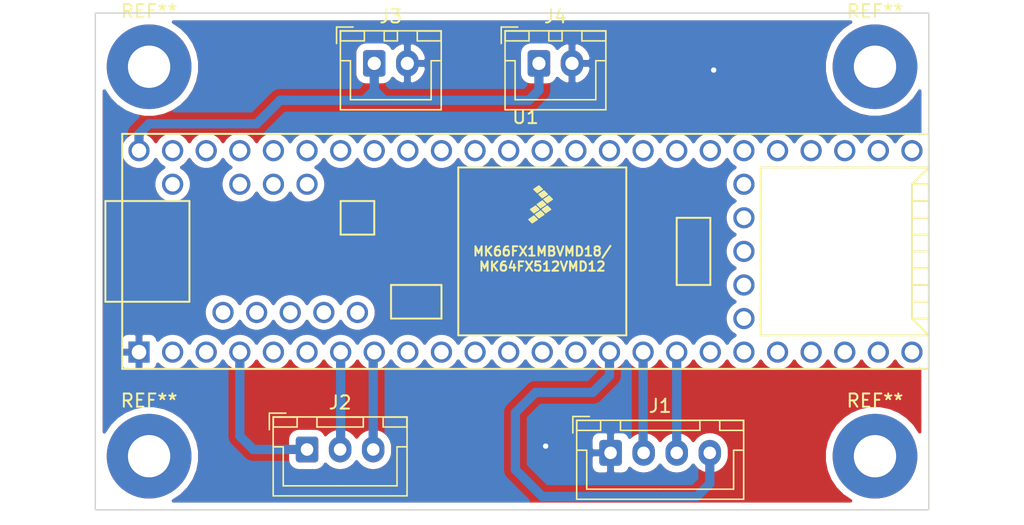
<source format=kicad_pcb>
(kicad_pcb (version 20171130) (host pcbnew "(5.1.9)-1")

  (general
    (thickness 1.6)
    (drawings 4)
    (tracks 36)
    (zones 0)
    (modules 9)
    (nets 63)
  )

  (page A4)
  (layers
    (0 F.Cu signal)
    (31 B.Cu signal)
    (32 B.Adhes user)
    (33 F.Adhes user)
    (34 B.Paste user)
    (35 F.Paste user)
    (36 B.SilkS user)
    (37 F.SilkS user)
    (38 B.Mask user)
    (39 F.Mask user)
    (40 Dwgs.User user)
    (41 Cmts.User user)
    (42 Eco1.User user)
    (43 Eco2.User user)
    (44 Edge.Cuts user)
    (45 Margin user)
    (46 B.CrtYd user)
    (47 F.CrtYd user)
    (48 B.Fab user)
    (49 F.Fab user)
  )

  (setup
    (last_trace_width 0.7)
    (user_trace_width 0.7)
    (trace_clearance 0.2)
    (zone_clearance 0.508)
    (zone_45_only no)
    (trace_min 0.2)
    (via_size 0.8)
    (via_drill 0.4)
    (via_min_size 0.4)
    (via_min_drill 0.3)
    (uvia_size 0.3)
    (uvia_drill 0.1)
    (uvias_allowed no)
    (uvia_min_size 0.2)
    (uvia_min_drill 0.1)
    (edge_width 0.05)
    (segment_width 0.2)
    (pcb_text_width 0.3)
    (pcb_text_size 1.5 1.5)
    (mod_edge_width 0.12)
    (mod_text_size 1 1)
    (mod_text_width 0.15)
    (pad_size 1.524 1.524)
    (pad_drill 0.762)
    (pad_to_mask_clearance 0)
    (aux_axis_origin 0 0)
    (grid_origin 84.074 73.152)
    (visible_elements FFFFFF7F)
    (pcbplotparams
      (layerselection 0x010fc_ffffffff)
      (usegerberextensions false)
      (usegerberattributes true)
      (usegerberadvancedattributes true)
      (creategerberjobfile true)
      (excludeedgelayer true)
      (linewidth 0.100000)
      (plotframeref false)
      (viasonmask false)
      (mode 1)
      (useauxorigin false)
      (hpglpennumber 1)
      (hpglpenspeed 20)
      (hpglpendiameter 15.000000)
      (psnegative false)
      (psa4output false)
      (plotreference true)
      (plotvalue true)
      (plotinvisibletext false)
      (padsonsilk false)
      (subtractmaskfromsilk false)
      (outputformat 1)
      (mirror false)
      (drillshape 1)
      (scaleselection 1)
      (outputdirectory ""))
  )

  (net 0 "")
  (net 1 +3V3)
  (net 2 /Encoder_B)
  (net 3 /Encoder_A)
  (net 4 GND)
  (net 5 /Motor_rotation_1)
  (net 6 /Motor_rotation_0)
  (net 7 /Driver_PWM)
  (net 8 +6V)
  (net 9 "Net-(U1-Pad62)")
  (net 10 "Net-(U1-Pad61)")
  (net 11 "Net-(U1-Pad60)")
  (net 12 "Net-(U1-Pad59)")
  (net 13 "Net-(U1-Pad58)")
  (net 14 "Net-(U1-Pad57)")
  (net 15 "Net-(U1-Pad56)")
  (net 16 "Net-(U1-Pad55)")
  (net 17 "Net-(U1-Pad54)")
  (net 18 "Net-(U1-Pad52)")
  (net 19 "Net-(U1-Pad51)")
  (net 20 "Net-(U1-Pad50)")
  (net 21 "Net-(U1-Pad49)")
  (net 22 "Net-(U1-Pad48)")
  (net 23 "Net-(U1-Pad47)")
  (net 24 "Net-(U1-Pad46)")
  (net 25 "Net-(U1-Pad45)")
  (net 26 "Net-(U1-Pad44)")
  (net 27 "Net-(U1-Pad43)")
  (net 28 "Net-(U1-Pad42)")
  (net 29 "Net-(U1-Pad41)")
  (net 30 "Net-(U1-Pad40)")
  (net 31 "Net-(U1-Pad39)")
  (net 32 "Net-(U1-Pad38)")
  (net 33 "Net-(U1-Pad2)")
  (net 34 "Net-(U1-Pad3)")
  (net 35 "Net-(U1-Pad5)")
  (net 36 "Net-(U1-Pad6)")
  (net 37 "Net-(U1-Pad9)")
  (net 38 "Net-(U1-Pad10)")
  (net 39 "Net-(U1-Pad11)")
  (net 40 "Net-(U1-Pad12)")
  (net 41 "Net-(U1-Pad13)")
  (net 42 "Net-(U1-Pad37)")
  (net 43 "Net-(U1-Pad36)")
  (net 44 "Net-(U1-Pad35)")
  (net 45 "Net-(U1-Pad34)")
  (net 46 "Net-(U1-Pad33)")
  (net 47 "Net-(U1-Pad32)")
  (net 48 "Net-(U1-Pad31)")
  (net 49 "Net-(U1-Pad30)")
  (net 50 "Net-(U1-Pad29)")
  (net 51 "Net-(U1-Pad28)")
  (net 52 "Net-(U1-Pad27)")
  (net 53 "Net-(U1-Pad26)")
  (net 54 "Net-(U1-Pad25)")
  (net 55 "Net-(U1-Pad24)")
  (net 56 "Net-(U1-Pad23)")
  (net 57 "Net-(U1-Pad22)")
  (net 58 "Net-(U1-Pad21)")
  (net 59 "Net-(U1-Pad14)")
  (net 60 "Net-(U1-Pad20)")
  (net 61 "Net-(U1-Pad19)")
  (net 62 "Net-(U1-Pad18)")

  (net_class Default "This is the default net class."
    (clearance 0.2)
    (trace_width 0.25)
    (via_dia 0.8)
    (via_drill 0.4)
    (uvia_dia 0.3)
    (uvia_drill 0.1)
    (add_net +3V3)
    (add_net +6V)
    (add_net /Driver_PWM)
    (add_net /Encoder_A)
    (add_net /Encoder_B)
    (add_net /Motor_rotation_0)
    (add_net /Motor_rotation_1)
    (add_net GND)
    (add_net "Net-(U1-Pad10)")
    (add_net "Net-(U1-Pad11)")
    (add_net "Net-(U1-Pad12)")
    (add_net "Net-(U1-Pad13)")
    (add_net "Net-(U1-Pad14)")
    (add_net "Net-(U1-Pad18)")
    (add_net "Net-(U1-Pad19)")
    (add_net "Net-(U1-Pad2)")
    (add_net "Net-(U1-Pad20)")
    (add_net "Net-(U1-Pad21)")
    (add_net "Net-(U1-Pad22)")
    (add_net "Net-(U1-Pad23)")
    (add_net "Net-(U1-Pad24)")
    (add_net "Net-(U1-Pad25)")
    (add_net "Net-(U1-Pad26)")
    (add_net "Net-(U1-Pad27)")
    (add_net "Net-(U1-Pad28)")
    (add_net "Net-(U1-Pad29)")
    (add_net "Net-(U1-Pad3)")
    (add_net "Net-(U1-Pad30)")
    (add_net "Net-(U1-Pad31)")
    (add_net "Net-(U1-Pad32)")
    (add_net "Net-(U1-Pad33)")
    (add_net "Net-(U1-Pad34)")
    (add_net "Net-(U1-Pad35)")
    (add_net "Net-(U1-Pad36)")
    (add_net "Net-(U1-Pad37)")
    (add_net "Net-(U1-Pad38)")
    (add_net "Net-(U1-Pad39)")
    (add_net "Net-(U1-Pad40)")
    (add_net "Net-(U1-Pad41)")
    (add_net "Net-(U1-Pad42)")
    (add_net "Net-(U1-Pad43)")
    (add_net "Net-(U1-Pad44)")
    (add_net "Net-(U1-Pad45)")
    (add_net "Net-(U1-Pad46)")
    (add_net "Net-(U1-Pad47)")
    (add_net "Net-(U1-Pad48)")
    (add_net "Net-(U1-Pad49)")
    (add_net "Net-(U1-Pad5)")
    (add_net "Net-(U1-Pad50)")
    (add_net "Net-(U1-Pad51)")
    (add_net "Net-(U1-Pad52)")
    (add_net "Net-(U1-Pad54)")
    (add_net "Net-(U1-Pad55)")
    (add_net "Net-(U1-Pad56)")
    (add_net "Net-(U1-Pad57)")
    (add_net "Net-(U1-Pad58)")
    (add_net "Net-(U1-Pad59)")
    (add_net "Net-(U1-Pad6)")
    (add_net "Net-(U1-Pad60)")
    (add_net "Net-(U1-Pad61)")
    (add_net "Net-(U1-Pad62)")
    (add_net "Net-(U1-Pad9)")
  )

  (module MountingHole:MountingHole_3.2mm_M3_Pad (layer F.Cu) (tedit 56D1B4CB) (tstamp 6049943A)
    (at 88.138 69.088)
    (descr "Mounting Hole 3.2mm, M3")
    (tags "mounting hole 3.2mm m3")
    (attr virtual)
    (fp_text reference REF** (at 0 -4.2) (layer F.SilkS)
      (effects (font (size 1 1) (thickness 0.15)))
    )
    (fp_text value MountingHole_3.2mm_M3_Pad (at 0 4.2) (layer F.Fab)
      (effects (font (size 1 1) (thickness 0.15)))
    )
    (fp_text user %R (at 0.3 0) (layer F.Fab)
      (effects (font (size 1 1) (thickness 0.15)))
    )
    (fp_circle (center 0 0) (end 3.2 0) (layer Cmts.User) (width 0.15))
    (fp_circle (center 0 0) (end 3.45 0) (layer F.CrtYd) (width 0.05))
    (pad 1 thru_hole circle (at 0 0) (size 6.4 6.4) (drill 3.2) (layers *.Cu *.Mask))
  )

  (module MountingHole:MountingHole_3.2mm_M3_Pad (layer F.Cu) (tedit 56D1B4CB) (tstamp 60499404)
    (at 88.138 39.624)
    (descr "Mounting Hole 3.2mm, M3")
    (tags "mounting hole 3.2mm m3")
    (attr virtual)
    (fp_text reference REF** (at 0 -4.2) (layer F.SilkS)
      (effects (font (size 1 1) (thickness 0.15)))
    )
    (fp_text value MountingHole_3.2mm_M3_Pad (at 0 4.2) (layer F.Fab)
      (effects (font (size 1 1) (thickness 0.15)))
    )
    (fp_text user %R (at 0 0.508) (layer F.Fab)
      (effects (font (size 1 1) (thickness 0.15)))
    )
    (fp_circle (center 0 0) (end 3.2 0) (layer Cmts.User) (width 0.15))
    (fp_circle (center 0 0) (end 3.45 0) (layer F.CrtYd) (width 0.05))
    (pad 1 thru_hole circle (at 0 0) (size 6.4 6.4) (drill 3.2) (layers *.Cu *.Mask))
  )

  (module MountingHole:MountingHole_3.2mm_M3_Pad (layer F.Cu) (tedit 56D1B4CB) (tstamp 60499363)
    (at 143.002 39.624)
    (descr "Mounting Hole 3.2mm, M3")
    (tags "mounting hole 3.2mm m3")
    (attr virtual)
    (fp_text reference REF** (at 0 -4.2) (layer F.SilkS)
      (effects (font (size 1 1) (thickness 0.15)))
    )
    (fp_text value MountingHole_3.2mm_M3_Pad (at 0 4.2) (layer F.Fab)
      (effects (font (size 1 1) (thickness 0.15)))
    )
    (fp_text user %R (at 0.3 0) (layer F.Fab)
      (effects (font (size 1 1) (thickness 0.15)))
    )
    (fp_circle (center 0 0) (end 3.2 0) (layer Cmts.User) (width 0.15))
    (fp_circle (center 0 0) (end 3.45 0) (layer F.CrtYd) (width 0.05))
    (pad 1 thru_hole circle (at 0 0) (size 6.4 6.4) (drill 3.2) (layers *.Cu *.Mask))
  )

  (module MountingHole:MountingHole_3.2mm_M3_Pad (layer F.Cu) (tedit 56D1B4CB) (tstamp 60499338)
    (at 143.002 69.088)
    (descr "Mounting Hole 3.2mm, M3")
    (tags "mounting hole 3.2mm m3")
    (attr virtual)
    (fp_text reference REF** (at 0 -4.2) (layer F.SilkS)
      (effects (font (size 1 1) (thickness 0.15)))
    )
    (fp_text value MountingHole_3.2mm_M3_Pad (at 0 4.2) (layer F.Fab)
      (effects (font (size 1 1) (thickness 0.15)))
    )
    (fp_text user %R (at 0.3 0) (layer F.Fab)
      (effects (font (size 1 1) (thickness 0.15)))
    )
    (fp_circle (center 0 0) (end 3.2 0) (layer Cmts.User) (width 0.15))
    (fp_circle (center 0 0) (end 3.45 0) (layer F.CrtYd) (width 0.05))
    (pad 1 thru_hole circle (at 0 0) (size 6.4 6.4) (drill 3.2) (layers *.Cu *.Mask))
  )

  (module teensy:Teensy35_36 (layer F.Cu) (tedit 5ED51FDE) (tstamp 604983C6)
    (at 116.586 53.594)
    (path /60491BC1)
    (fp_text reference U1 (at 0 -10.16) (layer F.SilkS)
      (effects (font (size 1 1) (thickness 0.15)))
    )
    (fp_text value Teensy3.6 (at 0 10.16) (layer F.Fab)
      (effects (font (size 1 1) (thickness 0.15)))
    )
    (fp_text user MK64FX512VMD12 (at 1.27 1.143) (layer F.SilkS)
      (effects (font (size 0.7 0.7) (thickness 0.15)))
    )
    (fp_text user MK66FX1MBVMD18/ (at 1.27 0) (layer F.SilkS)
      (effects (font (size 0.7 0.7) (thickness 0.15)))
    )
    (fp_poly (pts (xy 1.27 -3.81) (xy 1.524 -3.556) (xy 1.143 -3.302) (xy 0.889 -3.556)) (layer F.SilkS) (width 0.1))
    (fp_poly (pts (xy 1.397 -4.572) (xy 1.651 -4.318) (xy 1.27 -4.064) (xy 1.016 -4.318)) (layer F.SilkS) (width 0.1))
    (fp_poly (pts (xy 1.651 -3.429) (xy 1.905 -3.175) (xy 1.524 -2.921) (xy 1.27 -3.175)) (layer F.SilkS) (width 0.1))
    (fp_poly (pts (xy 1.143 -3.048) (xy 1.397 -2.794) (xy 1.016 -2.54) (xy 0.762 -2.794)) (layer F.SilkS) (width 0.1))
    (fp_poly (pts (xy 1.778 -4.191) (xy 2.032 -3.937) (xy 1.651 -3.683) (xy 1.397 -3.937)) (layer F.SilkS) (width 0.1))
    (fp_poly (pts (xy 0.635 -2.667) (xy 0.889 -2.413) (xy 0.508 -2.159) (xy 0.254 -2.413)) (layer F.SilkS) (width 0.1))
    (fp_poly (pts (xy 0.762 -3.429) (xy 1.016 -3.175) (xy 0.635 -2.921) (xy 0.381 -3.175)) (layer F.SilkS) (width 0.1))
    (fp_poly (pts (xy 1.016 -4.953) (xy 1.27 -4.699) (xy 0.889 -4.445) (xy 0.635 -4.699)) (layer F.SilkS) (width 0.1))
    (fp_line (start -30.48 8.89) (end -30.48 -8.89) (layer F.SilkS) (width 0.15))
    (fp_line (start 30.48 -8.89) (end 30.48 8.89) (layer F.SilkS) (width 0.15))
    (fp_line (start 11.43 -2.54) (end 13.97 -2.54) (layer F.SilkS) (width 0.15))
    (fp_line (start 11.43 2.54) (end 11.43 -2.54) (layer F.SilkS) (width 0.15))
    (fp_line (start 13.97 2.54) (end 11.43 2.54) (layer F.SilkS) (width 0.15))
    (fp_line (start 13.97 -2.54) (end 13.97 2.54) (layer F.SilkS) (width 0.15))
    (fp_line (start -25.4 3.81) (end -30.48 3.81) (layer F.SilkS) (width 0.15))
    (fp_line (start -25.4 -3.81) (end -30.48 -3.81) (layer F.SilkS) (width 0.15))
    (fp_line (start -25.4 3.81) (end -25.4 -3.81) (layer F.SilkS) (width 0.15))
    (fp_line (start -31.75 -3.81) (end -30.48 -3.81) (layer F.SilkS) (width 0.15))
    (fp_line (start -31.75 3.81) (end -31.75 -3.81) (layer F.SilkS) (width 0.15))
    (fp_line (start -30.48 3.81) (end -31.75 3.81) (layer F.SilkS) (width 0.15))
    (fp_line (start -30.48 8.89) (end 30.48 8.89) (layer F.SilkS) (width 0.15))
    (fp_line (start 30.48 -8.89) (end -30.48 -8.89) (layer F.SilkS) (width 0.15))
    (fp_line (start 17.78 6.35) (end 30.48 6.35) (layer F.SilkS) (width 0.15))
    (fp_line (start 17.78 -6.35) (end 17.78 6.35) (layer F.SilkS) (width 0.15))
    (fp_line (start 30.48 -6.35) (end 17.78 -6.35) (layer F.SilkS) (width 0.15))
    (fp_line (start 29.21 -5.08) (end 30.48 -6.35) (layer F.SilkS) (width 0.15))
    (fp_line (start 29.21 5.08) (end 29.21 -5.08) (layer F.SilkS) (width 0.15))
    (fp_line (start 30.48 6.35) (end 29.21 5.08) (layer F.SilkS) (width 0.15))
    (fp_line (start 29.21 -5.08) (end 30.48 -5.08) (layer F.SilkS) (width 0.15))
    (fp_line (start 29.21 -3.81) (end 30.48 -3.81) (layer F.SilkS) (width 0.15))
    (fp_line (start 29.21 -2.54) (end 30.48 -2.54) (layer F.SilkS) (width 0.15))
    (fp_line (start 29.21 -1.27) (end 30.48 -1.27) (layer F.SilkS) (width 0.15))
    (fp_line (start 29.21 0) (end 30.48 0) (layer F.SilkS) (width 0.15))
    (fp_line (start 29.21 1.27) (end 30.48 1.27) (layer F.SilkS) (width 0.15))
    (fp_line (start 29.21 2.54) (end 30.48 2.54) (layer F.SilkS) (width 0.15))
    (fp_line (start 29.21 3.81) (end 30.48 3.81) (layer F.SilkS) (width 0.15))
    (fp_line (start 29.21 5.08) (end 30.48 5.08) (layer F.SilkS) (width 0.15))
    (fp_line (start -5.08 -6.35) (end 7.62 -6.35) (layer F.SilkS) (width 0.15))
    (fp_line (start -5.08 6.35) (end 7.62 6.35) (layer F.SilkS) (width 0.15))
    (fp_line (start -5.08 -6.35) (end -5.08 6.35) (layer F.SilkS) (width 0.15))
    (fp_line (start 7.62 6.35) (end 7.62 -6.35) (layer F.SilkS) (width 0.15))
    (fp_line (start -6.35 2.54) (end -6.35 5.08) (layer F.SilkS) (width 0.15))
    (fp_line (start -10.16 2.54) (end -6.35 2.54) (layer F.SilkS) (width 0.15))
    (fp_line (start -10.16 5.08) (end -10.16 2.54) (layer F.SilkS) (width 0.15))
    (fp_line (start -6.35 5.08) (end -10.16 5.08) (layer F.SilkS) (width 0.15))
    (fp_line (start -11.43 -3.81) (end -13.97 -3.81) (layer F.SilkS) (width 0.15))
    (fp_line (start -11.43 -1.27) (end -11.43 -3.81) (layer F.SilkS) (width 0.15))
    (fp_line (start -13.97 -1.27) (end -11.43 -1.27) (layer F.SilkS) (width 0.15))
    (fp_line (start -13.97 -3.81) (end -13.97 -1.27) (layer F.SilkS) (width 0.15))
    (pad 62 thru_hole circle (at -12.7 4.62) (size 1.6 1.6) (drill 1.1) (layers *.Cu *.Mask)
      (net 9 "Net-(U1-Pad62)"))
    (pad 61 thru_hole circle (at -15.24 4.62) (size 1.6 1.6) (drill 1.1) (layers *.Cu *.Mask)
      (net 10 "Net-(U1-Pad61)"))
    (pad 60 thru_hole circle (at -17.78 4.62) (size 1.6 1.6) (drill 1.1) (layers *.Cu *.Mask)
      (net 11 "Net-(U1-Pad60)"))
    (pad 59 thru_hole circle (at -20.32 4.62) (size 1.6 1.6) (drill 1.1) (layers *.Cu *.Mask)
      (net 12 "Net-(U1-Pad59)"))
    (pad 58 thru_hole circle (at -22.86 4.62) (size 1.6 1.6) (drill 1.1) (layers *.Cu *.Mask)
      (net 13 "Net-(U1-Pad58)"))
    (pad 57 thru_hole circle (at -16.51 -5.08) (size 1.6 1.6) (drill 1.1) (layers *.Cu *.Mask)
      (net 14 "Net-(U1-Pad57)"))
    (pad 56 thru_hole circle (at -19.05 -5.08) (size 1.6 1.6) (drill 1.1) (layers *.Cu *.Mask)
      (net 15 "Net-(U1-Pad56)"))
    (pad 55 thru_hole circle (at -21.59 -5.08) (size 1.6 1.6) (drill 1.1) (layers *.Cu *.Mask)
      (net 16 "Net-(U1-Pad55)"))
    (pad 54 thru_hole circle (at -26.67 -5.08) (size 1.6 1.6) (drill 1.1) (layers *.Cu *.Mask)
      (net 17 "Net-(U1-Pad54)"))
    (pad 53 thru_hole circle (at -29.21 -7.62) (size 1.6 1.6) (drill 1.1) (layers *.Cu *.Mask)
      (net 8 +6V))
    (pad 52 thru_hole circle (at -26.67 -7.62) (size 1.6 1.6) (drill 1.1) (layers *.Cu *.Mask)
      (net 18 "Net-(U1-Pad52)"))
    (pad 51 thru_hole circle (at -24.13 -7.62) (size 1.6 1.6) (drill 1.1) (layers *.Cu *.Mask)
      (net 19 "Net-(U1-Pad51)"))
    (pad 50 thru_hole circle (at -21.59 -7.62) (size 1.6 1.6) (drill 1.1) (layers *.Cu *.Mask)
      (net 20 "Net-(U1-Pad50)"))
    (pad 49 thru_hole circle (at -19.05 -7.62) (size 1.6 1.6) (drill 1.1) (layers *.Cu *.Mask)
      (net 21 "Net-(U1-Pad49)"))
    (pad 48 thru_hole circle (at -16.51 -7.62) (size 1.6 1.6) (drill 1.1) (layers *.Cu *.Mask)
      (net 22 "Net-(U1-Pad48)"))
    (pad 47 thru_hole circle (at -13.97 -7.62) (size 1.6 1.6) (drill 1.1) (layers *.Cu *.Mask)
      (net 23 "Net-(U1-Pad47)"))
    (pad 46 thru_hole circle (at -11.43 -7.62) (size 1.6 1.6) (drill 1.1) (layers *.Cu *.Mask)
      (net 24 "Net-(U1-Pad46)"))
    (pad 45 thru_hole circle (at -8.89 -7.62) (size 1.6 1.6) (drill 1.1) (layers *.Cu *.Mask)
      (net 25 "Net-(U1-Pad45)"))
    (pad 44 thru_hole circle (at -6.35 -7.62) (size 1.6 1.6) (drill 1.1) (layers *.Cu *.Mask)
      (net 26 "Net-(U1-Pad44)"))
    (pad 43 thru_hole circle (at -3.81 -7.62) (size 1.6 1.6) (drill 1.1) (layers *.Cu *.Mask)
      (net 27 "Net-(U1-Pad43)"))
    (pad 42 thru_hole circle (at -1.27 -7.62) (size 1.6 1.6) (drill 1.1) (layers *.Cu *.Mask)
      (net 28 "Net-(U1-Pad42)"))
    (pad 41 thru_hole circle (at 1.27 -7.62) (size 1.6 1.6) (drill 1.1) (layers *.Cu *.Mask)
      (net 29 "Net-(U1-Pad41)"))
    (pad 40 thru_hole circle (at 3.81 -7.62) (size 1.6 1.6) (drill 1.1) (layers *.Cu *.Mask)
      (net 30 "Net-(U1-Pad40)"))
    (pad 39 thru_hole circle (at 6.35 -7.62) (size 1.6 1.6) (drill 1.1) (layers *.Cu *.Mask)
      (net 31 "Net-(U1-Pad39)"))
    (pad 38 thru_hole circle (at 8.89 -7.62) (size 1.6 1.6) (drill 1.1) (layers *.Cu *.Mask)
      (net 32 "Net-(U1-Pad38)"))
    (pad 1 thru_hole rect (at -29.21 7.62) (size 1.6 1.6) (drill 1.1) (layers *.Cu *.Mask)
      (net 4 GND))
    (pad 2 thru_hole circle (at -26.67 7.62) (size 1.6 1.6) (drill 1.1) (layers *.Cu *.Mask)
      (net 33 "Net-(U1-Pad2)"))
    (pad 3 thru_hole circle (at -24.13 7.62) (size 1.6 1.6) (drill 1.1) (layers *.Cu *.Mask)
      (net 34 "Net-(U1-Pad3)"))
    (pad 4 thru_hole circle (at -21.59 7.62) (size 1.6 1.6) (drill 1.1) (layers *.Cu *.Mask)
      (net 7 /Driver_PWM))
    (pad 5 thru_hole circle (at -19.05 7.62) (size 1.6 1.6) (drill 1.1) (layers *.Cu *.Mask)
      (net 35 "Net-(U1-Pad5)"))
    (pad 6 thru_hole circle (at -16.51 7.62) (size 1.6 1.6) (drill 1.1) (layers *.Cu *.Mask)
      (net 36 "Net-(U1-Pad6)"))
    (pad 7 thru_hole circle (at -13.97 7.62) (size 1.6 1.6) (drill 1.1) (layers *.Cu *.Mask)
      (net 6 /Motor_rotation_0))
    (pad 8 thru_hole circle (at -11.43 7.62) (size 1.6 1.6) (drill 1.1) (layers *.Cu *.Mask)
      (net 5 /Motor_rotation_1))
    (pad 9 thru_hole circle (at -8.89 7.62) (size 1.6 1.6) (drill 1.1) (layers *.Cu *.Mask)
      (net 37 "Net-(U1-Pad9)"))
    (pad 10 thru_hole circle (at -6.35 7.62) (size 1.6 1.6) (drill 1.1) (layers *.Cu *.Mask)
      (net 38 "Net-(U1-Pad10)"))
    (pad 11 thru_hole circle (at -3.81 7.62) (size 1.6 1.6) (drill 1.1) (layers *.Cu *.Mask)
      (net 39 "Net-(U1-Pad11)"))
    (pad 12 thru_hole circle (at -1.27 7.62) (size 1.6 1.6) (drill 1.1) (layers *.Cu *.Mask)
      (net 40 "Net-(U1-Pad12)"))
    (pad 13 thru_hole circle (at 1.27 7.62) (size 1.6 1.6) (drill 1.1) (layers *.Cu *.Mask)
      (net 41 "Net-(U1-Pad13)"))
    (pad 37 thru_hole circle (at 11.43 -7.62) (size 1.6 1.6) (drill 1.1) (layers *.Cu *.Mask)
      (net 42 "Net-(U1-Pad37)"))
    (pad 36 thru_hole circle (at 13.97 -7.62) (size 1.6 1.6) (drill 1.1) (layers *.Cu *.Mask)
      (net 43 "Net-(U1-Pad36)"))
    (pad 35 thru_hole circle (at 16.51 -7.62) (size 1.6 1.6) (drill 1.1) (layers *.Cu *.Mask)
      (net 44 "Net-(U1-Pad35)"))
    (pad 34 thru_hole circle (at 19.05 -7.62) (size 1.6 1.6) (drill 1.1) (layers *.Cu *.Mask)
      (net 45 "Net-(U1-Pad34)"))
    (pad 33 thru_hole circle (at 21.59 -7.62) (size 1.6 1.6) (drill 1.1) (layers *.Cu *.Mask)
      (net 46 "Net-(U1-Pad33)"))
    (pad 32 thru_hole circle (at 24.13 -7.62) (size 1.6 1.6) (drill 1.1) (layers *.Cu *.Mask)
      (net 47 "Net-(U1-Pad32)"))
    (pad 31 thru_hole circle (at 26.67 -7.62) (size 1.6 1.6) (drill 1.1) (layers *.Cu *.Mask)
      (net 48 "Net-(U1-Pad31)"))
    (pad 30 thru_hole circle (at 29.21 -7.62) (size 1.6 1.6) (drill 1.1) (layers *.Cu *.Mask)
      (net 49 "Net-(U1-Pad30)"))
    (pad 29 thru_hole circle (at 16.51 -5.08) (size 1.6 1.6) (drill 1.1) (layers *.Cu *.Mask)
      (net 50 "Net-(U1-Pad29)"))
    (pad 28 thru_hole circle (at 16.51 -2.54) (size 1.6 1.6) (drill 1.1) (layers *.Cu *.Mask)
      (net 51 "Net-(U1-Pad28)"))
    (pad 27 thru_hole circle (at 16.51 0) (size 1.6 1.6) (drill 1.1) (layers *.Cu *.Mask)
      (net 52 "Net-(U1-Pad27)"))
    (pad 26 thru_hole circle (at 16.51 2.54) (size 1.6 1.6) (drill 1.1) (layers *.Cu *.Mask)
      (net 53 "Net-(U1-Pad26)"))
    (pad 25 thru_hole circle (at 16.51 5.08) (size 1.6 1.6) (drill 1.1) (layers *.Cu *.Mask)
      (net 54 "Net-(U1-Pad25)"))
    (pad 24 thru_hole circle (at 29.21 7.62) (size 1.6 1.6) (drill 1.1) (layers *.Cu *.Mask)
      (net 55 "Net-(U1-Pad24)"))
    (pad 23 thru_hole circle (at 26.67 7.62) (size 1.6 1.6) (drill 1.1) (layers *.Cu *.Mask)
      (net 56 "Net-(U1-Pad23)"))
    (pad 22 thru_hole circle (at 24.13 7.62) (size 1.6 1.6) (drill 1.1) (layers *.Cu *.Mask)
      (net 57 "Net-(U1-Pad22)"))
    (pad 21 thru_hole circle (at 21.59 7.62) (size 1.6 1.6) (drill 1.1) (layers *.Cu *.Mask)
      (net 58 "Net-(U1-Pad21)"))
    (pad 14 thru_hole circle (at 3.81 7.62) (size 1.6 1.6) (drill 1.1) (layers *.Cu *.Mask)
      (net 59 "Net-(U1-Pad14)"))
    (pad 15 thru_hole circle (at 6.35 7.62) (size 1.6 1.6) (drill 1.1) (layers *.Cu *.Mask)
      (net 1 +3V3))
    (pad 16 thru_hole circle (at 8.89 7.62) (size 1.6 1.6) (drill 1.1) (layers *.Cu *.Mask)
      (net 3 /Encoder_A))
    (pad 20 thru_hole circle (at 19.05 7.62) (size 1.6 1.6) (drill 1.1) (layers *.Cu *.Mask)
      (net 60 "Net-(U1-Pad20)"))
    (pad 19 thru_hole circle (at 16.51 7.62) (size 1.6 1.6) (drill 1.1) (layers *.Cu *.Mask)
      (net 61 "Net-(U1-Pad19)"))
    (pad 18 thru_hole circle (at 13.97 7.62) (size 1.6 1.6) (drill 1.1) (layers *.Cu *.Mask)
      (net 62 "Net-(U1-Pad18)"))
    (pad 17 thru_hole circle (at 11.43 7.62) (size 1.6 1.6) (drill 1.1) (layers *.Cu *.Mask)
      (net 2 /Encoder_B))
    (model ${KICAD_USER_DIR}/teensy.pretty/Teensy_3.6_Assembly.STEP
      (offset (xyz -30.48 0 0))
      (scale (xyz 1 1 1))
      (rotate (xyz 0 0 0))
    )
  )

  (module Connector_JST:JST_XH_B2B-XH-A_1x02_P2.50mm_Vertical (layer F.Cu) (tedit 5C28146C) (tstamp 60498351)
    (at 117.602 39.37)
    (descr "JST XH series connector, B2B-XH-A (http://www.jst-mfg.com/product/pdf/eng/eXH.pdf), generated with kicad-footprint-generator")
    (tags "connector JST XH vertical")
    (path /604948B4)
    (fp_text reference J4 (at 1.25 -3.55) (layer F.SilkS)
      (effects (font (size 1 1) (thickness 0.15)))
    )
    (fp_text value Battery (at 1.25 4.6) (layer F.Fab)
      (effects (font (size 1 1) (thickness 0.15)))
    )
    (fp_text user %R (at 1.25 2.7) (layer F.Fab)
      (effects (font (size 1 1) (thickness 0.15)))
    )
    (fp_line (start -2.45 -2.35) (end -2.45 3.4) (layer F.Fab) (width 0.1))
    (fp_line (start -2.45 3.4) (end 4.95 3.4) (layer F.Fab) (width 0.1))
    (fp_line (start 4.95 3.4) (end 4.95 -2.35) (layer F.Fab) (width 0.1))
    (fp_line (start 4.95 -2.35) (end -2.45 -2.35) (layer F.Fab) (width 0.1))
    (fp_line (start -2.56 -2.46) (end -2.56 3.51) (layer F.SilkS) (width 0.12))
    (fp_line (start -2.56 3.51) (end 5.06 3.51) (layer F.SilkS) (width 0.12))
    (fp_line (start 5.06 3.51) (end 5.06 -2.46) (layer F.SilkS) (width 0.12))
    (fp_line (start 5.06 -2.46) (end -2.56 -2.46) (layer F.SilkS) (width 0.12))
    (fp_line (start -2.95 -2.85) (end -2.95 3.9) (layer F.CrtYd) (width 0.05))
    (fp_line (start -2.95 3.9) (end 5.45 3.9) (layer F.CrtYd) (width 0.05))
    (fp_line (start 5.45 3.9) (end 5.45 -2.85) (layer F.CrtYd) (width 0.05))
    (fp_line (start 5.45 -2.85) (end -2.95 -2.85) (layer F.CrtYd) (width 0.05))
    (fp_line (start -0.625 -2.35) (end 0 -1.35) (layer F.Fab) (width 0.1))
    (fp_line (start 0 -1.35) (end 0.625 -2.35) (layer F.Fab) (width 0.1))
    (fp_line (start 0.75 -2.45) (end 0.75 -1.7) (layer F.SilkS) (width 0.12))
    (fp_line (start 0.75 -1.7) (end 1.75 -1.7) (layer F.SilkS) (width 0.12))
    (fp_line (start 1.75 -1.7) (end 1.75 -2.45) (layer F.SilkS) (width 0.12))
    (fp_line (start 1.75 -2.45) (end 0.75 -2.45) (layer F.SilkS) (width 0.12))
    (fp_line (start -2.55 -2.45) (end -2.55 -1.7) (layer F.SilkS) (width 0.12))
    (fp_line (start -2.55 -1.7) (end -0.75 -1.7) (layer F.SilkS) (width 0.12))
    (fp_line (start -0.75 -1.7) (end -0.75 -2.45) (layer F.SilkS) (width 0.12))
    (fp_line (start -0.75 -2.45) (end -2.55 -2.45) (layer F.SilkS) (width 0.12))
    (fp_line (start 3.25 -2.45) (end 3.25 -1.7) (layer F.SilkS) (width 0.12))
    (fp_line (start 3.25 -1.7) (end 5.05 -1.7) (layer F.SilkS) (width 0.12))
    (fp_line (start 5.05 -1.7) (end 5.05 -2.45) (layer F.SilkS) (width 0.12))
    (fp_line (start 5.05 -2.45) (end 3.25 -2.45) (layer F.SilkS) (width 0.12))
    (fp_line (start -2.55 -0.2) (end -1.8 -0.2) (layer F.SilkS) (width 0.12))
    (fp_line (start -1.8 -0.2) (end -1.8 2.75) (layer F.SilkS) (width 0.12))
    (fp_line (start -1.8 2.75) (end 1.25 2.75) (layer F.SilkS) (width 0.12))
    (fp_line (start 5.05 -0.2) (end 4.3 -0.2) (layer F.SilkS) (width 0.12))
    (fp_line (start 4.3 -0.2) (end 4.3 2.75) (layer F.SilkS) (width 0.12))
    (fp_line (start 4.3 2.75) (end 1.25 2.75) (layer F.SilkS) (width 0.12))
    (fp_line (start -1.6 -2.75) (end -2.85 -2.75) (layer F.SilkS) (width 0.12))
    (fp_line (start -2.85 -2.75) (end -2.85 -1.5) (layer F.SilkS) (width 0.12))
    (pad 2 thru_hole oval (at 2.5 0) (size 1.7 2) (drill 1) (layers *.Cu *.Mask)
      (net 4 GND))
    (pad 1 thru_hole roundrect (at 0 0) (size 1.7 2) (drill 1) (layers *.Cu *.Mask) (roundrect_rratio 0.147059)
      (net 8 +6V))
    (model ${KISYS3DMOD}/Connector_JST.3dshapes/JST_XH_B2B-XH-A_1x02_P2.50mm_Vertical.wrl
      (at (xyz 0 0 0))
      (scale (xyz 1 1 1))
      (rotate (xyz 0 0 0))
    )
  )

  (module Connector_JST:JST_XH_B2B-XH-A_1x02_P2.50mm_Vertical (layer F.Cu) (tedit 5C28146C) (tstamp 60498328)
    (at 105.156 39.37)
    (descr "JST XH series connector, B2B-XH-A (http://www.jst-mfg.com/product/pdf/eng/eXH.pdf), generated with kicad-footprint-generator")
    (tags "connector JST XH vertical")
    (path /6049A706)
    (fp_text reference J3 (at 1.25 -3.55) (layer F.SilkS)
      (effects (font (size 1 1) (thickness 0.15)))
    )
    (fp_text value Driver_power (at 1.25 4.6) (layer F.Fab)
      (effects (font (size 1 1) (thickness 0.15)))
    )
    (fp_text user %R (at 1.25 2.7) (layer F.Fab)
      (effects (font (size 1 1) (thickness 0.15)))
    )
    (fp_line (start -2.45 -2.35) (end -2.45 3.4) (layer F.Fab) (width 0.1))
    (fp_line (start -2.45 3.4) (end 4.95 3.4) (layer F.Fab) (width 0.1))
    (fp_line (start 4.95 3.4) (end 4.95 -2.35) (layer F.Fab) (width 0.1))
    (fp_line (start 4.95 -2.35) (end -2.45 -2.35) (layer F.Fab) (width 0.1))
    (fp_line (start -2.56 -2.46) (end -2.56 3.51) (layer F.SilkS) (width 0.12))
    (fp_line (start -2.56 3.51) (end 5.06 3.51) (layer F.SilkS) (width 0.12))
    (fp_line (start 5.06 3.51) (end 5.06 -2.46) (layer F.SilkS) (width 0.12))
    (fp_line (start 5.06 -2.46) (end -2.56 -2.46) (layer F.SilkS) (width 0.12))
    (fp_line (start -2.95 -2.85) (end -2.95 3.9) (layer F.CrtYd) (width 0.05))
    (fp_line (start -2.95 3.9) (end 5.45 3.9) (layer F.CrtYd) (width 0.05))
    (fp_line (start 5.45 3.9) (end 5.45 -2.85) (layer F.CrtYd) (width 0.05))
    (fp_line (start 5.45 -2.85) (end -2.95 -2.85) (layer F.CrtYd) (width 0.05))
    (fp_line (start -0.625 -2.35) (end 0 -1.35) (layer F.Fab) (width 0.1))
    (fp_line (start 0 -1.35) (end 0.625 -2.35) (layer F.Fab) (width 0.1))
    (fp_line (start 0.75 -2.45) (end 0.75 -1.7) (layer F.SilkS) (width 0.12))
    (fp_line (start 0.75 -1.7) (end 1.75 -1.7) (layer F.SilkS) (width 0.12))
    (fp_line (start 1.75 -1.7) (end 1.75 -2.45) (layer F.SilkS) (width 0.12))
    (fp_line (start 1.75 -2.45) (end 0.75 -2.45) (layer F.SilkS) (width 0.12))
    (fp_line (start -2.55 -2.45) (end -2.55 -1.7) (layer F.SilkS) (width 0.12))
    (fp_line (start -2.55 -1.7) (end -0.75 -1.7) (layer F.SilkS) (width 0.12))
    (fp_line (start -0.75 -1.7) (end -0.75 -2.45) (layer F.SilkS) (width 0.12))
    (fp_line (start -0.75 -2.45) (end -2.55 -2.45) (layer F.SilkS) (width 0.12))
    (fp_line (start 3.25 -2.45) (end 3.25 -1.7) (layer F.SilkS) (width 0.12))
    (fp_line (start 3.25 -1.7) (end 5.05 -1.7) (layer F.SilkS) (width 0.12))
    (fp_line (start 5.05 -1.7) (end 5.05 -2.45) (layer F.SilkS) (width 0.12))
    (fp_line (start 5.05 -2.45) (end 3.25 -2.45) (layer F.SilkS) (width 0.12))
    (fp_line (start -2.55 -0.2) (end -1.8 -0.2) (layer F.SilkS) (width 0.12))
    (fp_line (start -1.8 -0.2) (end -1.8 2.75) (layer F.SilkS) (width 0.12))
    (fp_line (start -1.8 2.75) (end 1.25 2.75) (layer F.SilkS) (width 0.12))
    (fp_line (start 5.05 -0.2) (end 4.3 -0.2) (layer F.SilkS) (width 0.12))
    (fp_line (start 4.3 -0.2) (end 4.3 2.75) (layer F.SilkS) (width 0.12))
    (fp_line (start 4.3 2.75) (end 1.25 2.75) (layer F.SilkS) (width 0.12))
    (fp_line (start -1.6 -2.75) (end -2.85 -2.75) (layer F.SilkS) (width 0.12))
    (fp_line (start -2.85 -2.75) (end -2.85 -1.5) (layer F.SilkS) (width 0.12))
    (pad 2 thru_hole oval (at 2.5 0) (size 1.7 2) (drill 1) (layers *.Cu *.Mask)
      (net 4 GND))
    (pad 1 thru_hole roundrect (at 0 0) (size 1.7 2) (drill 1) (layers *.Cu *.Mask) (roundrect_rratio 0.147059)
      (net 8 +6V))
    (model ${KISYS3DMOD}/Connector_JST.3dshapes/JST_XH_B2B-XH-A_1x02_P2.50mm_Vertical.wrl
      (at (xyz 0 0 0))
      (scale (xyz 1 1 1))
      (rotate (xyz 0 0 0))
    )
  )

  (module Connector_JST:JST_XH_B3B-XH-A_1x03_P2.50mm_Vertical (layer F.Cu) (tedit 5C28146C) (tstamp 604982FF)
    (at 100.076 68.58)
    (descr "JST XH series connector, B3B-XH-A (http://www.jst-mfg.com/product/pdf/eng/eXH.pdf), generated with kicad-footprint-generator")
    (tags "connector JST XH vertical")
    (path /604DE29F)
    (fp_text reference J2 (at 2.5 -3.55) (layer F.SilkS)
      (effects (font (size 1 1) (thickness 0.15)))
    )
    (fp_text value Driver_control (at 2.5 4.6) (layer F.Fab)
      (effects (font (size 1 1) (thickness 0.15)))
    )
    (fp_text user %R (at 2.5 2.7) (layer F.Fab)
      (effects (font (size 1 1) (thickness 0.15)))
    )
    (fp_line (start -2.45 -2.35) (end -2.45 3.4) (layer F.Fab) (width 0.1))
    (fp_line (start -2.45 3.4) (end 7.45 3.4) (layer F.Fab) (width 0.1))
    (fp_line (start 7.45 3.4) (end 7.45 -2.35) (layer F.Fab) (width 0.1))
    (fp_line (start 7.45 -2.35) (end -2.45 -2.35) (layer F.Fab) (width 0.1))
    (fp_line (start -2.56 -2.46) (end -2.56 3.51) (layer F.SilkS) (width 0.12))
    (fp_line (start -2.56 3.51) (end 7.56 3.51) (layer F.SilkS) (width 0.12))
    (fp_line (start 7.56 3.51) (end 7.56 -2.46) (layer F.SilkS) (width 0.12))
    (fp_line (start 7.56 -2.46) (end -2.56 -2.46) (layer F.SilkS) (width 0.12))
    (fp_line (start -2.95 -2.85) (end -2.95 3.9) (layer F.CrtYd) (width 0.05))
    (fp_line (start -2.95 3.9) (end 7.95 3.9) (layer F.CrtYd) (width 0.05))
    (fp_line (start 7.95 3.9) (end 7.95 -2.85) (layer F.CrtYd) (width 0.05))
    (fp_line (start 7.95 -2.85) (end -2.95 -2.85) (layer F.CrtYd) (width 0.05))
    (fp_line (start -0.625 -2.35) (end 0 -1.35) (layer F.Fab) (width 0.1))
    (fp_line (start 0 -1.35) (end 0.625 -2.35) (layer F.Fab) (width 0.1))
    (fp_line (start 0.75 -2.45) (end 0.75 -1.7) (layer F.SilkS) (width 0.12))
    (fp_line (start 0.75 -1.7) (end 4.25 -1.7) (layer F.SilkS) (width 0.12))
    (fp_line (start 4.25 -1.7) (end 4.25 -2.45) (layer F.SilkS) (width 0.12))
    (fp_line (start 4.25 -2.45) (end 0.75 -2.45) (layer F.SilkS) (width 0.12))
    (fp_line (start -2.55 -2.45) (end -2.55 -1.7) (layer F.SilkS) (width 0.12))
    (fp_line (start -2.55 -1.7) (end -0.75 -1.7) (layer F.SilkS) (width 0.12))
    (fp_line (start -0.75 -1.7) (end -0.75 -2.45) (layer F.SilkS) (width 0.12))
    (fp_line (start -0.75 -2.45) (end -2.55 -2.45) (layer F.SilkS) (width 0.12))
    (fp_line (start 5.75 -2.45) (end 5.75 -1.7) (layer F.SilkS) (width 0.12))
    (fp_line (start 5.75 -1.7) (end 7.55 -1.7) (layer F.SilkS) (width 0.12))
    (fp_line (start 7.55 -1.7) (end 7.55 -2.45) (layer F.SilkS) (width 0.12))
    (fp_line (start 7.55 -2.45) (end 5.75 -2.45) (layer F.SilkS) (width 0.12))
    (fp_line (start -2.55 -0.2) (end -1.8 -0.2) (layer F.SilkS) (width 0.12))
    (fp_line (start -1.8 -0.2) (end -1.8 2.75) (layer F.SilkS) (width 0.12))
    (fp_line (start -1.8 2.75) (end 2.5 2.75) (layer F.SilkS) (width 0.12))
    (fp_line (start 7.55 -0.2) (end 6.8 -0.2) (layer F.SilkS) (width 0.12))
    (fp_line (start 6.8 -0.2) (end 6.8 2.75) (layer F.SilkS) (width 0.12))
    (fp_line (start 6.8 2.75) (end 2.5 2.75) (layer F.SilkS) (width 0.12))
    (fp_line (start -1.6 -2.75) (end -2.85 -2.75) (layer F.SilkS) (width 0.12))
    (fp_line (start -2.85 -2.75) (end -2.85 -1.5) (layer F.SilkS) (width 0.12))
    (pad 3 thru_hole oval (at 5 0) (size 1.7 1.95) (drill 0.95) (layers *.Cu *.Mask)
      (net 5 /Motor_rotation_1))
    (pad 2 thru_hole oval (at 2.5 0) (size 1.7 1.95) (drill 0.95) (layers *.Cu *.Mask)
      (net 6 /Motor_rotation_0))
    (pad 1 thru_hole roundrect (at 0 0) (size 1.7 1.95) (drill 0.95) (layers *.Cu *.Mask) (roundrect_rratio 0.147059)
      (net 7 /Driver_PWM))
    (model ${KISYS3DMOD}/Connector_JST.3dshapes/JST_XH_B3B-XH-A_1x03_P2.50mm_Vertical.wrl
      (at (xyz 0 0 0))
      (scale (xyz 1 1 1))
      (rotate (xyz 0 0 0))
    )
  )

  (module Connector_JST:JST_XH_B4B-XH-A_1x04_P2.50mm_Vertical (layer F.Cu) (tedit 5C28146C) (tstamp 604982D5)
    (at 123.016 68.834)
    (descr "JST XH series connector, B4B-XH-A (http://www.jst-mfg.com/product/pdf/eng/eXH.pdf), generated with kicad-footprint-generator")
    (tags "connector JST XH vertical")
    (path /604A1A5B)
    (fp_text reference J1 (at 3.75 -3.55) (layer F.SilkS)
      (effects (font (size 1 1) (thickness 0.15)))
    )
    (fp_text value Encoder (at 3.75 4.6) (layer F.Fab)
      (effects (font (size 1 1) (thickness 0.15)))
    )
    (fp_text user %R (at 3.75 2.7) (layer F.Fab)
      (effects (font (size 1 1) (thickness 0.15)))
    )
    (fp_line (start -2.45 -2.35) (end -2.45 3.4) (layer F.Fab) (width 0.1))
    (fp_line (start -2.45 3.4) (end 9.95 3.4) (layer F.Fab) (width 0.1))
    (fp_line (start 9.95 3.4) (end 9.95 -2.35) (layer F.Fab) (width 0.1))
    (fp_line (start 9.95 -2.35) (end -2.45 -2.35) (layer F.Fab) (width 0.1))
    (fp_line (start -2.56 -2.46) (end -2.56 3.51) (layer F.SilkS) (width 0.12))
    (fp_line (start -2.56 3.51) (end 10.06 3.51) (layer F.SilkS) (width 0.12))
    (fp_line (start 10.06 3.51) (end 10.06 -2.46) (layer F.SilkS) (width 0.12))
    (fp_line (start 10.06 -2.46) (end -2.56 -2.46) (layer F.SilkS) (width 0.12))
    (fp_line (start -2.95 -2.85) (end -2.95 3.9) (layer F.CrtYd) (width 0.05))
    (fp_line (start -2.95 3.9) (end 10.45 3.9) (layer F.CrtYd) (width 0.05))
    (fp_line (start 10.45 3.9) (end 10.45 -2.85) (layer F.CrtYd) (width 0.05))
    (fp_line (start 10.45 -2.85) (end -2.95 -2.85) (layer F.CrtYd) (width 0.05))
    (fp_line (start -0.625 -2.35) (end 0 -1.35) (layer F.Fab) (width 0.1))
    (fp_line (start 0 -1.35) (end 0.625 -2.35) (layer F.Fab) (width 0.1))
    (fp_line (start 0.75 -2.45) (end 0.75 -1.7) (layer F.SilkS) (width 0.12))
    (fp_line (start 0.75 -1.7) (end 6.75 -1.7) (layer F.SilkS) (width 0.12))
    (fp_line (start 6.75 -1.7) (end 6.75 -2.45) (layer F.SilkS) (width 0.12))
    (fp_line (start 6.75 -2.45) (end 0.75 -2.45) (layer F.SilkS) (width 0.12))
    (fp_line (start -2.55 -2.45) (end -2.55 -1.7) (layer F.SilkS) (width 0.12))
    (fp_line (start -2.55 -1.7) (end -0.75 -1.7) (layer F.SilkS) (width 0.12))
    (fp_line (start -0.75 -1.7) (end -0.75 -2.45) (layer F.SilkS) (width 0.12))
    (fp_line (start -0.75 -2.45) (end -2.55 -2.45) (layer F.SilkS) (width 0.12))
    (fp_line (start 8.25 -2.45) (end 8.25 -1.7) (layer F.SilkS) (width 0.12))
    (fp_line (start 8.25 -1.7) (end 10.05 -1.7) (layer F.SilkS) (width 0.12))
    (fp_line (start 10.05 -1.7) (end 10.05 -2.45) (layer F.SilkS) (width 0.12))
    (fp_line (start 10.05 -2.45) (end 8.25 -2.45) (layer F.SilkS) (width 0.12))
    (fp_line (start -2.55 -0.2) (end -1.8 -0.2) (layer F.SilkS) (width 0.12))
    (fp_line (start -1.8 -0.2) (end -1.8 2.75) (layer F.SilkS) (width 0.12))
    (fp_line (start -1.8 2.75) (end 3.75 2.75) (layer F.SilkS) (width 0.12))
    (fp_line (start 10.05 -0.2) (end 9.3 -0.2) (layer F.SilkS) (width 0.12))
    (fp_line (start 9.3 -0.2) (end 9.3 2.75) (layer F.SilkS) (width 0.12))
    (fp_line (start 9.3 2.75) (end 3.75 2.75) (layer F.SilkS) (width 0.12))
    (fp_line (start -1.6 -2.75) (end -2.85 -2.75) (layer F.SilkS) (width 0.12))
    (fp_line (start -2.85 -2.75) (end -2.85 -1.5) (layer F.SilkS) (width 0.12))
    (pad 4 thru_hole oval (at 7.5 0) (size 1.7 1.95) (drill 0.95) (layers *.Cu *.Mask)
      (net 1 +3V3))
    (pad 3 thru_hole oval (at 5 0) (size 1.7 1.95) (drill 0.95) (layers *.Cu *.Mask)
      (net 2 /Encoder_B))
    (pad 2 thru_hole oval (at 2.5 0) (size 1.7 1.95) (drill 0.95) (layers *.Cu *.Mask)
      (net 3 /Encoder_A))
    (pad 1 thru_hole roundrect (at 0 0) (size 1.7 1.95) (drill 0.95) (layers *.Cu *.Mask) (roundrect_rratio 0.147059)
      (net 4 GND))
    (model ${KISYS3DMOD}/Connector_JST.3dshapes/JST_XH_B4B-XH-A_1x04_P2.50mm_Vertical.wrl
      (at (xyz 0 0 0))
      (scale (xyz 1 1 1))
      (rotate (xyz 0 0 0))
    )
  )

  (gr_line (start 147.066 35.56) (end 147.066 73.152) (layer Edge.Cuts) (width 0.1))
  (gr_line (start 84.074 35.56) (end 147.066 35.56) (layer Edge.Cuts) (width 0.1))
  (gr_line (start 84.074 73.152) (end 84.074 35.56) (layer Edge.Cuts) (width 0.1))
  (gr_line (start 147.066 73.152) (end 84.074 73.152) (layer Edge.Cuts) (width 0.1))

  (segment (start 129.54 72.136) (end 130.516 71.16) (width 0.7) (layer B.Cu) (net 1))
  (segment (start 117.856 72.136) (end 129.54 72.136) (width 0.7) (layer B.Cu) (net 1))
  (segment (start 115.824 65.786) (end 115.824 70.104) (width 0.7) (layer B.Cu) (net 1))
  (segment (start 117.348 64.262) (end 115.824 65.786) (width 0.7) (layer B.Cu) (net 1))
  (segment (start 121.666 64.262) (end 117.348 64.262) (width 0.7) (layer B.Cu) (net 1))
  (segment (start 115.824 70.104) (end 117.856 72.136) (width 0.7) (layer B.Cu) (net 1))
  (segment (start 122.936 62.992) (end 121.666 64.262) (width 0.7) (layer B.Cu) (net 1))
  (segment (start 130.516 71.16) (end 130.516 68.834) (width 0.7) (layer B.Cu) (net 1))
  (segment (start 122.936 61.214) (end 122.936 62.992) (width 0.7) (layer B.Cu) (net 1))
  (segment (start 128.016 61.214) (end 128.016 68.834) (width 0.7) (layer B.Cu) (net 2))
  (segment (start 125.476 68.794) (end 125.516 68.834) (width 0.7) (layer B.Cu) (net 3))
  (segment (start 125.476 61.214) (end 125.476 68.794) (width 0.7) (layer B.Cu) (net 3))
  (via (at 118.11 68.326) (size 0.8) (drill 0.4) (layers F.Cu B.Cu) (net 4))
  (via (at 130.81 39.878) (size 0.8) (drill 0.4) (layers F.Cu B.Cu) (net 4))
  (segment (start 105.076 61.294) (end 105.156 61.214) (width 0.7) (layer B.Cu) (net 5))
  (segment (start 105.076 68.58) (end 105.076 61.294) (width 0.7) (layer B.Cu) (net 5))
  (segment (start 102.616 68.54) (end 102.576 68.58) (width 0.7) (layer B.Cu) (net 6))
  (segment (start 102.616 61.214) (end 102.616 68.54) (width 0.7) (layer B.Cu) (net 6))
  (segment (start 100.076 68.58) (end 96.012 68.58) (width 0.7) (layer B.Cu) (net 7))
  (segment (start 94.996 67.564) (end 94.996 61.214) (width 0.7) (layer B.Cu) (net 7))
  (segment (start 96.012 68.58) (end 94.996 67.564) (width 0.7) (layer B.Cu) (net 7))
  (segment (start 98.806 42.164) (end 98.044 42.164) (width 0.7) (layer B.Cu) (net 8))
  (segment (start 117.602 41.402) (end 117.602 39.37) (width 0.7) (layer B.Cu) (net 8))
  (segment (start 116.84 42.164) (end 117.602 41.402) (width 0.7) (layer B.Cu) (net 8))
  (segment (start 87.376 45.974) (end 87.376 44.704) (width 0.7) (layer B.Cu) (net 8))
  (segment (start 87.376 44.704) (end 88.138 43.942) (width 0.7) (layer B.Cu) (net 8))
  (segment (start 96.266 43.942) (end 98.044 42.164) (width 0.7) (layer B.Cu) (net 8))
  (segment (start 88.138 43.942) (end 96.266 43.942) (width 0.7) (layer B.Cu) (net 8))
  (segment (start 105.156 41.402) (end 104.394 42.164) (width 0.7) (layer B.Cu) (net 8))
  (segment (start 104.394 42.164) (end 105.156 42.164) (width 0.7) (layer B.Cu) (net 8))
  (segment (start 98.044 42.164) (end 104.394 42.164) (width 0.7) (layer B.Cu) (net 8))
  (segment (start 105.156 39.37) (end 105.156 41.402) (width 0.7) (layer B.Cu) (net 8))
  (segment (start 105.156 41.402) (end 105.156 42.164) (width 0.7) (layer B.Cu) (net 8))
  (segment (start 105.156 41.402) (end 105.918 42.164) (width 0.7) (layer B.Cu) (net 8))
  (segment (start 105.918 42.164) (end 116.84 42.164) (width 0.7) (layer B.Cu) (net 8))
  (segment (start 105.156 42.164) (end 105.918 42.164) (width 0.7) (layer B.Cu) (net 8))

  (zone (net 4) (net_name GND) (layer F.Cu) (tstamp 0) (hatch edge 0.508)
    (connect_pads (clearance 0.508))
    (min_thickness 0.254)
    (fill yes (arc_segments 32) (thermal_gap 0.508) (thermal_bridge_width 0.508))
    (polygon
      (pts
        (xy 147.066 73.152) (xy 84.074 73.152) (xy 84.074 35.56) (xy 147.066 35.56)
      )
    )
    (filled_polygon
      (pts
        (xy 140.55733 36.645161) (xy 140.023161 37.17933) (xy 139.603467 37.807446) (xy 139.314377 38.505372) (xy 139.167 39.246285)
        (xy 139.167 40.001715) (xy 139.314377 40.742628) (xy 139.603467 41.440554) (xy 140.023161 42.06867) (xy 140.55733 42.602839)
        (xy 141.185446 43.022533) (xy 141.883372 43.311623) (xy 142.624285 43.459) (xy 143.379715 43.459) (xy 144.120628 43.311623)
        (xy 144.818554 43.022533) (xy 145.44667 42.602839) (xy 145.980839 42.06867) (xy 146.381 41.469787) (xy 146.381 44.663083)
        (xy 146.214574 44.594147) (xy 145.937335 44.539) (xy 145.654665 44.539) (xy 145.377426 44.594147) (xy 145.116273 44.70232)
        (xy 144.881241 44.859363) (xy 144.681363 45.059241) (xy 144.526 45.291759) (xy 144.370637 45.059241) (xy 144.170759 44.859363)
        (xy 143.935727 44.70232) (xy 143.674574 44.594147) (xy 143.397335 44.539) (xy 143.114665 44.539) (xy 142.837426 44.594147)
        (xy 142.576273 44.70232) (xy 142.341241 44.859363) (xy 142.141363 45.059241) (xy 141.986 45.291759) (xy 141.830637 45.059241)
        (xy 141.630759 44.859363) (xy 141.395727 44.70232) (xy 141.134574 44.594147) (xy 140.857335 44.539) (xy 140.574665 44.539)
        (xy 140.297426 44.594147) (xy 140.036273 44.70232) (xy 139.801241 44.859363) (xy 139.601363 45.059241) (xy 139.446 45.291759)
        (xy 139.290637 45.059241) (xy 139.090759 44.859363) (xy 138.855727 44.70232) (xy 138.594574 44.594147) (xy 138.317335 44.539)
        (xy 138.034665 44.539) (xy 137.757426 44.594147) (xy 137.496273 44.70232) (xy 137.261241 44.859363) (xy 137.061363 45.059241)
        (xy 136.906 45.291759) (xy 136.750637 45.059241) (xy 136.550759 44.859363) (xy 136.315727 44.70232) (xy 136.054574 44.594147)
        (xy 135.777335 44.539) (xy 135.494665 44.539) (xy 135.217426 44.594147) (xy 134.956273 44.70232) (xy 134.721241 44.859363)
        (xy 134.521363 45.059241) (xy 134.366 45.291759) (xy 134.210637 45.059241) (xy 134.010759 44.859363) (xy 133.775727 44.70232)
        (xy 133.514574 44.594147) (xy 133.237335 44.539) (xy 132.954665 44.539) (xy 132.677426 44.594147) (xy 132.416273 44.70232)
        (xy 132.181241 44.859363) (xy 131.981363 45.059241) (xy 131.826 45.291759) (xy 131.670637 45.059241) (xy 131.470759 44.859363)
        (xy 131.235727 44.70232) (xy 130.974574 44.594147) (xy 130.697335 44.539) (xy 130.414665 44.539) (xy 130.137426 44.594147)
        (xy 129.876273 44.70232) (xy 129.641241 44.859363) (xy 129.441363 45.059241) (xy 129.286 45.291759) (xy 129.130637 45.059241)
        (xy 128.930759 44.859363) (xy 128.695727 44.70232) (xy 128.434574 44.594147) (xy 128.157335 44.539) (xy 127.874665 44.539)
        (xy 127.597426 44.594147) (xy 127.336273 44.70232) (xy 127.101241 44.859363) (xy 126.901363 45.059241) (xy 126.746 45.291759)
        (xy 126.590637 45.059241) (xy 126.390759 44.859363) (xy 126.155727 44.70232) (xy 125.894574 44.594147) (xy 125.617335 44.539)
        (xy 125.334665 44.539) (xy 125.057426 44.594147) (xy 124.796273 44.70232) (xy 124.561241 44.859363) (xy 124.361363 45.059241)
        (xy 124.206 45.291759) (xy 124.050637 45.059241) (xy 123.850759 44.859363) (xy 123.615727 44.70232) (xy 123.354574 44.594147)
        (xy 123.077335 44.539) (xy 122.794665 44.539) (xy 122.517426 44.594147) (xy 122.256273 44.70232) (xy 122.021241 44.859363)
        (xy 121.821363 45.059241) (xy 121.666 45.291759) (xy 121.510637 45.059241) (xy 121.310759 44.859363) (xy 121.075727 44.70232)
        (xy 120.814574 44.594147) (xy 120.537335 44.539) (xy 120.254665 44.539) (xy 119.977426 44.594147) (xy 119.716273 44.70232)
        (xy 119.481241 44.859363) (xy 119.281363 45.059241) (xy 119.126 45.291759) (xy 118.970637 45.059241) (xy 118.770759 44.859363)
        (xy 118.535727 44.70232) (xy 118.274574 44.594147) (xy 117.997335 44.539) (xy 117.714665 44.539) (xy 117.437426 44.594147)
        (xy 117.176273 44.70232) (xy 116.941241 44.859363) (xy 116.741363 45.059241) (xy 116.586 45.291759) (xy 116.430637 45.059241)
        (xy 116.230759 44.859363) (xy 115.995727 44.70232) (xy 115.734574 44.594147) (xy 115.457335 44.539) (xy 115.174665 44.539)
        (xy 114.897426 44.594147) (xy 114.636273 44.70232) (xy 114.401241 44.859363) (xy 114.201363 45.059241) (xy 114.046 45.291759)
        (xy 113.890637 45.059241) (xy 113.690759 44.859363) (xy 113.455727 44.70232) (xy 113.194574 44.594147) (xy 112.917335 44.539)
        (xy 112.634665 44.539) (xy 112.357426 44.594147) (xy 112.096273 44.70232) (xy 111.861241 44.859363) (xy 111.661363 45.059241)
        (xy 111.506 45.291759) (xy 111.350637 45.059241) (xy 111.150759 44.859363) (xy 110.915727 44.70232) (xy 110.654574 44.594147)
        (xy 110.377335 44.539) (xy 110.094665 44.539) (xy 109.817426 44.594147) (xy 109.556273 44.70232) (xy 109.321241 44.859363)
        (xy 109.121363 45.059241) (xy 108.966 45.291759) (xy 108.810637 45.059241) (xy 108.610759 44.859363) (xy 108.375727 44.70232)
        (xy 108.114574 44.594147) (xy 107.837335 44.539) (xy 107.554665 44.539) (xy 107.277426 44.594147) (xy 107.016273 44.70232)
        (xy 106.781241 44.859363) (xy 106.581363 45.059241) (xy 106.426 45.291759) (xy 106.270637 45.059241) (xy 106.070759 44.859363)
        (xy 105.835727 44.70232) (xy 105.574574 44.594147) (xy 105.297335 44.539) (xy 105.014665 44.539) (xy 104.737426 44.594147)
        (xy 104.476273 44.70232) (xy 104.241241 44.859363) (xy 104.041363 45.059241) (xy 103.886 45.291759) (xy 103.730637 45.059241)
        (xy 103.530759 44.859363) (xy 103.295727 44.70232) (xy 103.034574 44.594147) (xy 102.757335 44.539) (xy 102.474665 44.539)
        (xy 102.197426 44.594147) (xy 101.936273 44.70232) (xy 101.701241 44.859363) (xy 101.501363 45.059241) (xy 101.346 45.291759)
        (xy 101.190637 45.059241) (xy 100.990759 44.859363) (xy 100.755727 44.70232) (xy 100.494574 44.594147) (xy 100.217335 44.539)
        (xy 99.934665 44.539) (xy 99.657426 44.594147) (xy 99.396273 44.70232) (xy 99.161241 44.859363) (xy 98.961363 45.059241)
        (xy 98.806 45.291759) (xy 98.650637 45.059241) (xy 98.450759 44.859363) (xy 98.215727 44.70232) (xy 97.954574 44.594147)
        (xy 97.677335 44.539) (xy 97.394665 44.539) (xy 97.117426 44.594147) (xy 96.856273 44.70232) (xy 96.621241 44.859363)
        (xy 96.421363 45.059241) (xy 96.266 45.291759) (xy 96.110637 45.059241) (xy 95.910759 44.859363) (xy 95.675727 44.70232)
        (xy 95.414574 44.594147) (xy 95.137335 44.539) (xy 94.854665 44.539) (xy 94.577426 44.594147) (xy 94.316273 44.70232)
        (xy 94.081241 44.859363) (xy 93.881363 45.059241) (xy 93.726 45.291759) (xy 93.570637 45.059241) (xy 93.370759 44.859363)
        (xy 93.135727 44.70232) (xy 92.874574 44.594147) (xy 92.597335 44.539) (xy 92.314665 44.539) (xy 92.037426 44.594147)
        (xy 91.776273 44.70232) (xy 91.541241 44.859363) (xy 91.341363 45.059241) (xy 91.186 45.291759) (xy 91.030637 45.059241)
        (xy 90.830759 44.859363) (xy 90.595727 44.70232) (xy 90.334574 44.594147) (xy 90.057335 44.539) (xy 89.774665 44.539)
        (xy 89.497426 44.594147) (xy 89.236273 44.70232) (xy 89.001241 44.859363) (xy 88.801363 45.059241) (xy 88.646 45.291759)
        (xy 88.490637 45.059241) (xy 88.290759 44.859363) (xy 88.055727 44.70232) (xy 87.794574 44.594147) (xy 87.517335 44.539)
        (xy 87.234665 44.539) (xy 86.957426 44.594147) (xy 86.696273 44.70232) (xy 86.461241 44.859363) (xy 86.261363 45.059241)
        (xy 86.10432 45.294273) (xy 85.996147 45.555426) (xy 85.941 45.832665) (xy 85.941 46.115335) (xy 85.996147 46.392574)
        (xy 86.10432 46.653727) (xy 86.261363 46.888759) (xy 86.461241 47.088637) (xy 86.696273 47.24568) (xy 86.957426 47.353853)
        (xy 87.234665 47.409) (xy 87.517335 47.409) (xy 87.794574 47.353853) (xy 88.055727 47.24568) (xy 88.290759 47.088637)
        (xy 88.490637 46.888759) (xy 88.646 46.656241) (xy 88.801363 46.888759) (xy 89.001241 47.088637) (xy 89.233759 47.244)
        (xy 89.001241 47.399363) (xy 88.801363 47.599241) (xy 88.64432 47.834273) (xy 88.536147 48.095426) (xy 88.481 48.372665)
        (xy 88.481 48.655335) (xy 88.536147 48.932574) (xy 88.64432 49.193727) (xy 88.801363 49.428759) (xy 89.001241 49.628637)
        (xy 89.236273 49.78568) (xy 89.497426 49.893853) (xy 89.774665 49.949) (xy 90.057335 49.949) (xy 90.334574 49.893853)
        (xy 90.595727 49.78568) (xy 90.830759 49.628637) (xy 91.030637 49.428759) (xy 91.18768 49.193727) (xy 91.295853 48.932574)
        (xy 91.351 48.655335) (xy 91.351 48.372665) (xy 91.295853 48.095426) (xy 91.18768 47.834273) (xy 91.030637 47.599241)
        (xy 90.830759 47.399363) (xy 90.598241 47.244) (xy 90.830759 47.088637) (xy 91.030637 46.888759) (xy 91.186 46.656241)
        (xy 91.341363 46.888759) (xy 91.541241 47.088637) (xy 91.776273 47.24568) (xy 92.037426 47.353853) (xy 92.314665 47.409)
        (xy 92.597335 47.409) (xy 92.874574 47.353853) (xy 93.135727 47.24568) (xy 93.370759 47.088637) (xy 93.570637 46.888759)
        (xy 93.726 46.656241) (xy 93.881363 46.888759) (xy 94.081241 47.088637) (xy 94.313759 47.244) (xy 94.081241 47.399363)
        (xy 93.881363 47.599241) (xy 93.72432 47.834273) (xy 93.616147 48.095426) (xy 93.561 48.372665) (xy 93.561 48.655335)
        (xy 93.616147 48.932574) (xy 93.72432 49.193727) (xy 93.881363 49.428759) (xy 94.081241 49.628637) (xy 94.316273 49.78568)
        (xy 94.577426 49.893853) (xy 94.854665 49.949) (xy 95.137335 49.949) (xy 95.414574 49.893853) (xy 95.675727 49.78568)
        (xy 95.910759 49.628637) (xy 96.110637 49.428759) (xy 96.266 49.196241) (xy 96.421363 49.428759) (xy 96.621241 49.628637)
        (xy 96.856273 49.78568) (xy 97.117426 49.893853) (xy 97.394665 49.949) (xy 97.677335 49.949) (xy 97.954574 49.893853)
        (xy 98.215727 49.78568) (xy 98.450759 49.628637) (xy 98.650637 49.428759) (xy 98.806 49.196241) (xy 98.961363 49.428759)
        (xy 99.161241 49.628637) (xy 99.396273 49.78568) (xy 99.657426 49.893853) (xy 99.934665 49.949) (xy 100.217335 49.949)
        (xy 100.494574 49.893853) (xy 100.755727 49.78568) (xy 100.990759 49.628637) (xy 101.190637 49.428759) (xy 101.34768 49.193727)
        (xy 101.455853 48.932574) (xy 101.511 48.655335) (xy 101.511 48.372665) (xy 101.455853 48.095426) (xy 101.34768 47.834273)
        (xy 101.190637 47.599241) (xy 100.990759 47.399363) (xy 100.758241 47.244) (xy 100.990759 47.088637) (xy 101.190637 46.888759)
        (xy 101.346 46.656241) (xy 101.501363 46.888759) (xy 101.701241 47.088637) (xy 101.936273 47.24568) (xy 102.197426 47.353853)
        (xy 102.474665 47.409) (xy 102.757335 47.409) (xy 103.034574 47.353853) (xy 103.295727 47.24568) (xy 103.530759 47.088637)
        (xy 103.730637 46.888759) (xy 103.886 46.656241) (xy 104.041363 46.888759) (xy 104.241241 47.088637) (xy 104.476273 47.24568)
        (xy 104.737426 47.353853) (xy 105.014665 47.409) (xy 105.297335 47.409) (xy 105.574574 47.353853) (xy 105.835727 47.24568)
        (xy 106.070759 47.088637) (xy 106.270637 46.888759) (xy 106.426 46.656241) (xy 106.581363 46.888759) (xy 106.781241 47.088637)
        (xy 107.016273 47.24568) (xy 107.277426 47.353853) (xy 107.554665 47.409) (xy 107.837335 47.409) (xy 108.114574 47.353853)
        (xy 108.375727 47.24568) (xy 108.610759 47.088637) (xy 108.810637 46.888759) (xy 108.966 46.656241) (xy 109.121363 46.888759)
        (xy 109.321241 47.088637) (xy 109.556273 47.24568) (xy 109.817426 47.353853) (xy 110.094665 47.409) (xy 110.377335 47.409)
        (xy 110.654574 47.353853) (xy 110.915727 47.24568) (xy 111.150759 47.088637) (xy 111.350637 46.888759) (xy 111.506 46.656241)
        (xy 111.661363 46.888759) (xy 111.861241 47.088637) (xy 112.096273 47.24568) (xy 112.357426 47.353853) (xy 112.634665 47.409)
        (xy 112.917335 47.409) (xy 113.194574 47.353853) (xy 113.455727 47.24568) (xy 113.690759 47.088637) (xy 113.890637 46.888759)
        (xy 114.046 46.656241) (xy 114.201363 46.888759) (xy 114.401241 47.088637) (xy 114.636273 47.24568) (xy 114.897426 47.353853)
        (xy 115.174665 47.409) (xy 115.457335 47.409) (xy 115.734574 47.353853) (xy 115.995727 47.24568) (xy 116.230759 47.088637)
        (xy 116.430637 46.888759) (xy 116.586 46.656241) (xy 116.741363 46.888759) (xy 116.941241 47.088637) (xy 117.176273 47.24568)
        (xy 117.437426 47.353853) (xy 117.714665 47.409) (xy 117.997335 47.409) (xy 118.274574 47.353853) (xy 118.535727 47.24568)
        (xy 118.770759 47.088637) (xy 118.970637 46.888759) (xy 119.126 46.656241) (xy 119.281363 46.888759) (xy 119.481241 47.088637)
        (xy 119.716273 47.24568) (xy 119.977426 47.353853) (xy 120.254665 47.409) (xy 120.537335 47.409) (xy 120.814574 47.353853)
        (xy 121.075727 47.24568) (xy 121.310759 47.088637) (xy 121.510637 46.888759) (xy 121.666 46.656241) (xy 121.821363 46.888759)
        (xy 122.021241 47.088637) (xy 122.256273 47.24568) (xy 122.517426 47.353853) (xy 122.794665 47.409) (xy 123.077335 47.409)
        (xy 123.354574 47.353853) (xy 123.615727 47.24568) (xy 123.850759 47.088637) (xy 124.050637 46.888759) (xy 124.206 46.656241)
        (xy 124.361363 46.888759) (xy 124.561241 47.088637) (xy 124.796273 47.24568) (xy 125.057426 47.353853) (xy 125.334665 47.409)
        (xy 125.617335 47.409) (xy 125.894574 47.353853) (xy 126.155727 47.24568) (xy 126.390759 47.088637) (xy 126.590637 46.888759)
        (xy 126.746 46.656241) (xy 126.901363 46.888759) (xy 127.101241 47.088637) (xy 127.336273 47.24568) (xy 127.597426 47.353853)
        (xy 127.874665 47.409) (xy 128.157335 47.409) (xy 128.434574 47.353853) (xy 128.695727 47.24568) (xy 128.930759 47.088637)
        (xy 129.130637 46.888759) (xy 129.286 46.656241) (xy 129.441363 46.888759) (xy 129.641241 47.088637) (xy 129.876273 47.24568)
        (xy 130.137426 47.353853) (xy 130.414665 47.409) (xy 130.697335 47.409) (xy 130.974574 47.353853) (xy 131.235727 47.24568)
        (xy 131.470759 47.088637) (xy 131.670637 46.888759) (xy 131.826 46.656241) (xy 131.981363 46.888759) (xy 132.181241 47.088637)
        (xy 132.413759 47.244) (xy 132.181241 47.399363) (xy 131.981363 47.599241) (xy 131.82432 47.834273) (xy 131.716147 48.095426)
        (xy 131.661 48.372665) (xy 131.661 48.655335) (xy 131.716147 48.932574) (xy 131.82432 49.193727) (xy 131.981363 49.428759)
        (xy 132.181241 49.628637) (xy 132.413759 49.784) (xy 132.181241 49.939363) (xy 131.981363 50.139241) (xy 131.82432 50.374273)
        (xy 131.716147 50.635426) (xy 131.661 50.912665) (xy 131.661 51.195335) (xy 131.716147 51.472574) (xy 131.82432 51.733727)
        (xy 131.981363 51.968759) (xy 132.181241 52.168637) (xy 132.413759 52.324) (xy 132.181241 52.479363) (xy 131.981363 52.679241)
        (xy 131.82432 52.914273) (xy 131.716147 53.175426) (xy 131.661 53.452665) (xy 131.661 53.735335) (xy 131.716147 54.012574)
        (xy 131.82432 54.273727) (xy 131.981363 54.508759) (xy 132.181241 54.708637) (xy 132.413759 54.864) (xy 132.181241 55.019363)
        (xy 131.981363 55.219241) (xy 131.82432 55.454273) (xy 131.716147 55.715426) (xy 131.661 55.992665) (xy 131.661 56.275335)
        (xy 131.716147 56.552574) (xy 131.82432 56.813727) (xy 131.981363 57.048759) (xy 132.181241 57.248637) (xy 132.413759 57.404)
        (xy 132.181241 57.559363) (xy 131.981363 57.759241) (xy 131.82432 57.994273) (xy 131.716147 58.255426) (xy 131.661 58.532665)
        (xy 131.661 58.815335) (xy 131.716147 59.092574) (xy 131.82432 59.353727) (xy 131.981363 59.588759) (xy 132.181241 59.788637)
        (xy 132.413759 59.944) (xy 132.181241 60.099363) (xy 131.981363 60.299241) (xy 131.826 60.531759) (xy 131.670637 60.299241)
        (xy 131.470759 60.099363) (xy 131.235727 59.94232) (xy 130.974574 59.834147) (xy 130.697335 59.779) (xy 130.414665 59.779)
        (xy 130.137426 59.834147) (xy 129.876273 59.94232) (xy 129.641241 60.099363) (xy 129.441363 60.299241) (xy 129.286 60.531759)
        (xy 129.130637 60.299241) (xy 128.930759 60.099363) (xy 128.695727 59.94232) (xy 128.434574 59.834147) (xy 128.157335 59.779)
        (xy 127.874665 59.779) (xy 127.597426 59.834147) (xy 127.336273 59.94232) (xy 127.101241 60.099363) (xy 126.901363 60.299241)
        (xy 126.746 60.531759) (xy 126.590637 60.299241) (xy 126.390759 60.099363) (xy 126.155727 59.94232) (xy 125.894574 59.834147)
        (xy 125.617335 59.779) (xy 125.334665 59.779) (xy 125.057426 59.834147) (xy 124.796273 59.94232) (xy 124.561241 60.099363)
        (xy 124.361363 60.299241) (xy 124.206 60.531759) (xy 124.050637 60.299241) (xy 123.850759 60.099363) (xy 123.615727 59.94232)
        (xy 123.354574 59.834147) (xy 123.077335 59.779) (xy 122.794665 59.779) (xy 122.517426 59.834147) (xy 122.256273 59.94232)
        (xy 122.021241 60.099363) (xy 121.821363 60.299241) (xy 121.666 60.531759) (xy 121.510637 60.299241) (xy 121.310759 60.099363)
        (xy 121.075727 59.94232) (xy 120.814574 59.834147) (xy 120.537335 59.779) (xy 120.254665 59.779) (xy 119.977426 59.834147)
        (xy 119.716273 59.94232) (xy 119.481241 60.099363) (xy 119.281363 60.299241) (xy 119.126 60.531759) (xy 118.970637 60.299241)
        (xy 118.770759 60.099363) (xy 118.535727 59.94232) (xy 118.274574 59.834147) (xy 117.997335 59.779) (xy 117.714665 59.779)
        (xy 117.437426 59.834147) (xy 117.176273 59.94232) (xy 116.941241 60.099363) (xy 116.741363 60.299241) (xy 116.586 60.531759)
        (xy 116.430637 60.299241) (xy 116.230759 60.099363) (xy 115.995727 59.94232) (xy 115.734574 59.834147) (xy 115.457335 59.779)
        (xy 115.174665 59.779) (xy 114.897426 59.834147) (xy 114.636273 59.94232) (xy 114.401241 60.099363) (xy 114.201363 60.299241)
        (xy 114.046 60.531759) (xy 113.890637 60.299241) (xy 113.690759 60.099363) (xy 113.455727 59.94232) (xy 113.194574 59.834147)
        (xy 112.917335 59.779) (xy 112.634665 59.779) (xy 112.357426 59.834147) (xy 112.096273 59.94232) (xy 111.861241 60.099363)
        (xy 111.661363 60.299241) (xy 111.506 60.531759) (xy 111.350637 60.299241) (xy 111.150759 60.099363) (xy 110.915727 59.94232)
        (xy 110.654574 59.834147) (xy 110.377335 59.779) (xy 110.094665 59.779) (xy 109.817426 59.834147) (xy 109.556273 59.94232)
        (xy 109.321241 60.099363) (xy 109.121363 60.299241) (xy 108.966 60.531759) (xy 108.810637 60.299241) (xy 108.610759 60.099363)
        (xy 108.375727 59.94232) (xy 108.114574 59.834147) (xy 107.837335 59.779) (xy 107.554665 59.779) (xy 107.277426 59.834147)
        (xy 107.016273 59.94232) (xy 106.781241 60.099363) (xy 106.581363 60.299241) (xy 106.426 60.531759) (xy 106.270637 60.299241)
        (xy 106.070759 60.099363) (xy 105.835727 59.94232) (xy 105.574574 59.834147) (xy 105.297335 59.779) (xy 105.014665 59.779)
        (xy 104.737426 59.834147) (xy 104.476273 59.94232) (xy 104.241241 60.099363) (xy 104.041363 60.299241) (xy 103.886 60.531759)
        (xy 103.730637 60.299241) (xy 103.530759 60.099363) (xy 103.295727 59.94232) (xy 103.034574 59.834147) (xy 102.757335 59.779)
        (xy 102.474665 59.779) (xy 102.197426 59.834147) (xy 101.936273 59.94232) (xy 101.701241 60.099363) (xy 101.501363 60.299241)
        (xy 101.346 60.531759) (xy 101.190637 60.299241) (xy 100.990759 60.099363) (xy 100.755727 59.94232) (xy 100.494574 59.834147)
        (xy 100.217335 59.779) (xy 99.934665 59.779) (xy 99.657426 59.834147) (xy 99.396273 59.94232) (xy 99.161241 60.099363)
        (xy 98.961363 60.299241) (xy 98.806 60.531759) (xy 98.650637 60.299241) (xy 98.450759 60.099363) (xy 98.215727 59.94232)
        (xy 97.954574 59.834147) (xy 97.677335 59.779) (xy 97.394665 59.779) (xy 97.117426 59.834147) (xy 96.856273 59.94232)
        (xy 96.621241 60.099363) (xy 96.421363 60.299241) (xy 96.266 60.531759) (xy 96.110637 60.299241) (xy 95.910759 60.099363)
        (xy 95.675727 59.94232) (xy 95.414574 59.834147) (xy 95.137335 59.779) (xy 94.854665 59.779) (xy 94.577426 59.834147)
        (xy 94.316273 59.94232) (xy 94.081241 60.099363) (xy 93.881363 60.299241) (xy 93.726 60.531759) (xy 93.570637 60.299241)
        (xy 93.370759 60.099363) (xy 93.135727 59.94232) (xy 92.874574 59.834147) (xy 92.597335 59.779) (xy 92.314665 59.779)
        (xy 92.037426 59.834147) (xy 91.776273 59.94232) (xy 91.541241 60.099363) (xy 91.341363 60.299241) (xy 91.186 60.531759)
        (xy 91.030637 60.299241) (xy 90.830759 60.099363) (xy 90.595727 59.94232) (xy 90.334574 59.834147) (xy 90.057335 59.779)
        (xy 89.774665 59.779) (xy 89.497426 59.834147) (xy 89.236273 59.94232) (xy 89.001241 60.099363) (xy 88.802643 60.297961)
        (xy 88.801812 60.289518) (xy 88.765502 60.16982) (xy 88.706537 60.059506) (xy 88.627185 59.962815) (xy 88.530494 59.883463)
        (xy 88.42018 59.824498) (xy 88.300482 59.788188) (xy 88.176 59.775928) (xy 87.66175 59.779) (xy 87.503 59.93775)
        (xy 87.503 61.087) (xy 87.523 61.087) (xy 87.523 61.341) (xy 87.503 61.341) (xy 87.503 62.49025)
        (xy 87.66175 62.649) (xy 88.176 62.652072) (xy 88.300482 62.639812) (xy 88.42018 62.603502) (xy 88.530494 62.544537)
        (xy 88.627185 62.465185) (xy 88.706537 62.368494) (xy 88.765502 62.25818) (xy 88.801812 62.138482) (xy 88.802643 62.130039)
        (xy 89.001241 62.328637) (xy 89.236273 62.48568) (xy 89.497426 62.593853) (xy 89.774665 62.649) (xy 90.057335 62.649)
        (xy 90.334574 62.593853) (xy 90.595727 62.48568) (xy 90.830759 62.328637) (xy 91.030637 62.128759) (xy 91.186 61.896241)
        (xy 91.341363 62.128759) (xy 91.541241 62.328637) (xy 91.776273 62.48568) (xy 92.037426 62.593853) (xy 92.314665 62.649)
        (xy 92.597335 62.649) (xy 92.874574 62.593853) (xy 93.135727 62.48568) (xy 93.370759 62.328637) (xy 93.570637 62.128759)
        (xy 93.726 61.896241) (xy 93.881363 62.128759) (xy 94.081241 62.328637) (xy 94.316273 62.48568) (xy 94.577426 62.593853)
        (xy 94.854665 62.649) (xy 95.137335 62.649) (xy 95.414574 62.593853) (xy 95.675727 62.48568) (xy 95.910759 62.328637)
        (xy 96.110637 62.128759) (xy 96.266 61.896241) (xy 96.421363 62.128759) (xy 96.621241 62.328637) (xy 96.856273 62.48568)
        (xy 97.117426 62.593853) (xy 97.394665 62.649) (xy 97.677335 62.649) (xy 97.954574 62.593853) (xy 98.215727 62.48568)
        (xy 98.450759 62.328637) (xy 98.650637 62.128759) (xy 98.806 61.896241) (xy 98.961363 62.128759) (xy 99.161241 62.328637)
        (xy 99.396273 62.48568) (xy 99.657426 62.593853) (xy 99.934665 62.649) (xy 100.217335 62.649) (xy 100.494574 62.593853)
        (xy 100.755727 62.48568) (xy 100.990759 62.328637) (xy 101.190637 62.128759) (xy 101.346 61.896241) (xy 101.501363 62.128759)
        (xy 101.701241 62.328637) (xy 101.936273 62.48568) (xy 102.197426 62.593853) (xy 102.474665 62.649) (xy 102.757335 62.649)
        (xy 103.034574 62.593853) (xy 103.295727 62.48568) (xy 103.530759 62.328637) (xy 103.730637 62.128759) (xy 103.886 61.896241)
        (xy 104.041363 62.128759) (xy 104.241241 62.328637) (xy 104.476273 62.48568) (xy 104.737426 62.593853) (xy 105.014665 62.649)
        (xy 105.297335 62.649) (xy 105.574574 62.593853) (xy 105.835727 62.48568) (xy 106.070759 62.328637) (xy 106.270637 62.128759)
        (xy 106.426 61.896241) (xy 106.581363 62.128759) (xy 106.781241 62.328637) (xy 107.016273 62.48568) (xy 107.277426 62.593853)
        (xy 107.554665 62.649) (xy 107.837335 62.649) (xy 108.114574 62.593853) (xy 108.375727 62.48568) (xy 108.610759 62.328637)
        (xy 108.810637 62.128759) (xy 108.966 61.896241) (xy 109.121363 62.128759) (xy 109.321241 62.328637) (xy 109.556273 62.48568)
        (xy 109.817426 62.593853) (xy 110.094665 62.649) (xy 110.377335 62.649) (xy 110.654574 62.593853) (xy 110.915727 62.48568)
        (xy 111.150759 62.328637) (xy 111.350637 62.128759) (xy 111.506 61.896241) (xy 111.661363 62.128759) (xy 111.861241 62.328637)
        (xy 112.096273 62.48568) (xy 112.357426 62.593853) (xy 112.634665 62.649) (xy 112.917335 62.649) (xy 113.194574 62.593853)
        (xy 113.455727 62.48568) (xy 113.690759 62.328637) (xy 113.890637 62.128759) (xy 114.046 61.896241) (xy 114.201363 62.128759)
        (xy 114.401241 62.328637) (xy 114.636273 62.48568) (xy 114.897426 62.593853) (xy 115.174665 62.649) (xy 115.457335 62.649)
        (xy 115.734574 62.593853) (xy 115.995727 62.48568) (xy 116.230759 62.328637) (xy 116.430637 62.128759) (xy 116.586 61.896241)
        (xy 116.741363 62.128759) (xy 116.941241 62.328637) (xy 117.176273 62.48568) (xy 117.437426 62.593853) (xy 117.714665 62.649)
        (xy 117.997335 62.649) (xy 118.274574 62.593853) (xy 118.535727 62.48568) (xy 118.770759 62.328637) (xy 118.970637 62.128759)
        (xy 119.126 61.896241) (xy 119.281363 62.128759) (xy 119.481241 62.328637) (xy 119.716273 62.48568) (xy 119.977426 62.593853)
        (xy 120.254665 62.649) (xy 120.537335 62.649) (xy 120.814574 62.593853) (xy 121.075727 62.48568) (xy 121.310759 62.328637)
        (xy 121.510637 62.128759) (xy 121.666 61.896241) (xy 121.821363 62.128759) (xy 122.021241 62.328637) (xy 122.256273 62.48568)
        (xy 122.517426 62.593853) (xy 122.794665 62.649) (xy 123.077335 62.649) (xy 123.354574 62.593853) (xy 123.615727 62.48568)
        (xy 123.850759 62.328637) (xy 124.050637 62.128759) (xy 124.206 61.896241) (xy 124.361363 62.128759) (xy 124.561241 62.328637)
        (xy 124.796273 62.48568) (xy 125.057426 62.593853) (xy 125.334665 62.649) (xy 125.617335 62.649) (xy 125.894574 62.593853)
        (xy 126.155727 62.48568) (xy 126.390759 62.328637) (xy 126.590637 62.128759) (xy 126.746 61.896241) (xy 126.901363 62.128759)
        (xy 127.101241 62.328637) (xy 127.336273 62.48568) (xy 127.597426 62.593853) (xy 127.874665 62.649) (xy 128.157335 62.649)
        (xy 128.434574 62.593853) (xy 128.695727 62.48568) (xy 128.930759 62.328637) (xy 129.130637 62.128759) (xy 129.286 61.896241)
        (xy 129.441363 62.128759) (xy 129.641241 62.328637) (xy 129.876273 62.48568) (xy 130.137426 62.593853) (xy 130.414665 62.649)
        (xy 130.697335 62.649) (xy 130.974574 62.593853) (xy 131.235727 62.48568) (xy 131.470759 62.328637) (xy 131.670637 62.128759)
        (xy 131.826 61.896241) (xy 131.981363 62.128759) (xy 132.181241 62.328637) (xy 132.416273 62.48568) (xy 132.677426 62.593853)
        (xy 132.954665 62.649) (xy 133.237335 62.649) (xy 133.514574 62.593853) (xy 133.775727 62.48568) (xy 134.010759 62.328637)
        (xy 134.210637 62.128759) (xy 134.366 61.896241) (xy 134.521363 62.128759) (xy 134.721241 62.328637) (xy 134.956273 62.48568)
        (xy 135.217426 62.593853) (xy 135.494665 62.649) (xy 135.777335 62.649) (xy 136.054574 62.593853) (xy 136.315727 62.48568)
        (xy 136.550759 62.328637) (xy 136.750637 62.128759) (xy 136.906 61.896241) (xy 137.061363 62.128759) (xy 137.261241 62.328637)
        (xy 137.496273 62.48568) (xy 137.757426 62.593853) (xy 138.034665 62.649) (xy 138.317335 62.649) (xy 138.594574 62.593853)
        (xy 138.855727 62.48568) (xy 139.090759 62.328637) (xy 139.290637 62.128759) (xy 139.446 61.896241) (xy 139.601363 62.128759)
        (xy 139.801241 62.328637) (xy 140.036273 62.48568) (xy 140.297426 62.593853) (xy 140.574665 62.649) (xy 140.857335 62.649)
        (xy 141.134574 62.593853) (xy 141.395727 62.48568) (xy 141.630759 62.328637) (xy 141.830637 62.128759) (xy 141.986 61.896241)
        (xy 142.141363 62.128759) (xy 142.341241 62.328637) (xy 142.576273 62.48568) (xy 142.837426 62.593853) (xy 143.114665 62.649)
        (xy 143.397335 62.649) (xy 143.674574 62.593853) (xy 143.935727 62.48568) (xy 144.170759 62.328637) (xy 144.370637 62.128759)
        (xy 144.526 61.896241) (xy 144.681363 62.128759) (xy 144.881241 62.328637) (xy 145.116273 62.48568) (xy 145.377426 62.593853)
        (xy 145.654665 62.649) (xy 145.937335 62.649) (xy 146.214574 62.593853) (xy 146.381001 62.524917) (xy 146.381001 67.242214)
        (xy 145.980839 66.64333) (xy 145.44667 66.109161) (xy 144.818554 65.689467) (xy 144.120628 65.400377) (xy 143.379715 65.253)
        (xy 142.624285 65.253) (xy 141.883372 65.400377) (xy 141.185446 65.689467) (xy 140.55733 66.109161) (xy 140.023161 66.64333)
        (xy 139.603467 67.271446) (xy 139.314377 67.969372) (xy 139.167 68.710285) (xy 139.167 69.465715) (xy 139.314377 70.206628)
        (xy 139.603467 70.904554) (xy 140.023161 71.53267) (xy 140.55733 72.066839) (xy 141.156213 72.467) (xy 89.983787 72.467)
        (xy 90.58267 72.066839) (xy 91.116839 71.53267) (xy 91.536533 70.904554) (xy 91.825623 70.206628) (xy 91.973 69.465715)
        (xy 91.973 68.710285) (xy 91.825623 67.969372) (xy 91.778249 67.855) (xy 98.587928 67.855) (xy 98.587928 69.305)
        (xy 98.604992 69.478254) (xy 98.655528 69.64485) (xy 98.737595 69.798386) (xy 98.848038 69.932962) (xy 98.982614 70.043405)
        (xy 99.13615 70.125472) (xy 99.302746 70.176008) (xy 99.476 70.193072) (xy 100.676 70.193072) (xy 100.849254 70.176008)
        (xy 101.01585 70.125472) (xy 101.169386 70.043405) (xy 101.303962 69.932962) (xy 101.414405 69.798386) (xy 101.468777 69.696663)
        (xy 101.520866 69.760134) (xy 101.746987 69.945706) (xy 102.004967 70.083599) (xy 102.28489 70.168513) (xy 102.576 70.197185)
        (xy 102.867111 70.168513) (xy 103.147034 70.083599) (xy 103.405014 69.945706) (xy 103.631134 69.760134) (xy 103.816706 69.534014)
        (xy 103.826 69.516626) (xy 103.835294 69.534014) (xy 104.020866 69.760134) (xy 104.246987 69.945706) (xy 104.504967 70.083599)
        (xy 104.78489 70.168513) (xy 105.076 70.197185) (xy 105.367111 70.168513) (xy 105.647034 70.083599) (xy 105.905014 69.945706)
        (xy 106.07159 69.809) (xy 121.527928 69.809) (xy 121.540188 69.933482) (xy 121.576498 70.05318) (xy 121.635463 70.163494)
        (xy 121.714815 70.260185) (xy 121.811506 70.339537) (xy 121.92182 70.398502) (xy 122.041518 70.434812) (xy 122.166 70.447072)
        (xy 122.73025 70.444) (xy 122.889 70.28525) (xy 122.889 68.961) (xy 121.68975 68.961) (xy 121.531 69.11975)
        (xy 121.527928 69.809) (xy 106.07159 69.809) (xy 106.131134 69.760134) (xy 106.316706 69.534014) (xy 106.454599 69.276033)
        (xy 106.539513 68.99611) (xy 106.561 68.777949) (xy 106.561 68.38205) (xy 106.539513 68.163889) (xy 106.454599 67.883966)
        (xy 106.441255 67.859) (xy 121.527928 67.859) (xy 121.531 68.54825) (xy 121.68975 68.707) (xy 122.889 68.707)
        (xy 122.889 67.38275) (xy 123.143 67.38275) (xy 123.143 68.707) (xy 123.163 68.707) (xy 123.163 68.961)
        (xy 123.143 68.961) (xy 123.143 70.28525) (xy 123.30175 70.444) (xy 123.866 70.447072) (xy 123.990482 70.434812)
        (xy 124.11018 70.398502) (xy 124.220494 70.339537) (xy 124.317185 70.260185) (xy 124.396537 70.163494) (xy 124.455502 70.05318)
        (xy 124.466055 70.018392) (xy 124.686987 70.199706) (xy 124.944967 70.337599) (xy 125.22489 70.422513) (xy 125.516 70.451185)
        (xy 125.807111 70.422513) (xy 126.087034 70.337599) (xy 126.345014 70.199706) (xy 126.571134 70.014134) (xy 126.756706 69.788014)
        (xy 126.766 69.770626) (xy 126.775294 69.788014) (xy 126.960866 70.014134) (xy 127.186987 70.199706) (xy 127.444967 70.337599)
        (xy 127.72489 70.422513) (xy 128.016 70.451185) (xy 128.307111 70.422513) (xy 128.587034 70.337599) (xy 128.845014 70.199706)
        (xy 129.071134 70.014134) (xy 129.256706 69.788014) (xy 129.266 69.770626) (xy 129.275294 69.788014) (xy 129.460866 70.014134)
        (xy 129.686987 70.199706) (xy 129.944967 70.337599) (xy 130.22489 70.422513) (xy 130.516 70.451185) (xy 130.807111 70.422513)
        (xy 131.087034 70.337599) (xy 131.345014 70.199706) (xy 131.571134 70.014134) (xy 131.756706 69.788014) (xy 131.894599 69.530033)
        (xy 131.979513 69.25011) (xy 132.001 69.031949) (xy 132.001 68.63605) (xy 131.979513 68.417889) (xy 131.894599 68.137966)
        (xy 131.756706 67.879986) (xy 131.571134 67.653866) (xy 131.345013 67.468294) (xy 131.087033 67.330401) (xy 130.80711 67.245487)
        (xy 130.516 67.216815) (xy 130.224889 67.245487) (xy 129.944966 67.330401) (xy 129.686986 67.468294) (xy 129.460866 67.653866)
        (xy 129.275294 67.879987) (xy 129.266 67.897374) (xy 129.256706 67.879986) (xy 129.071134 67.653866) (xy 128.845013 67.468294)
        (xy 128.587033 67.330401) (xy 128.30711 67.245487) (xy 128.016 67.216815) (xy 127.724889 67.245487) (xy 127.444966 67.330401)
        (xy 127.186986 67.468294) (xy 126.960866 67.653866) (xy 126.775294 67.879987) (xy 126.766 67.897374) (xy 126.756706 67.879986)
        (xy 126.571134 67.653866) (xy 126.345013 67.468294) (xy 126.087033 67.330401) (xy 125.80711 67.245487) (xy 125.516 67.216815)
        (xy 125.224889 67.245487) (xy 124.944966 67.330401) (xy 124.686986 67.468294) (xy 124.466055 67.649608) (xy 124.455502 67.61482)
        (xy 124.396537 67.504506) (xy 124.317185 67.407815) (xy 124.220494 67.328463) (xy 124.11018 67.269498) (xy 123.990482 67.233188)
        (xy 123.866 67.220928) (xy 123.30175 67.224) (xy 123.143 67.38275) (xy 122.889 67.38275) (xy 122.73025 67.224)
        (xy 122.166 67.220928) (xy 122.041518 67.233188) (xy 121.92182 67.269498) (xy 121.811506 67.328463) (xy 121.714815 67.407815)
        (xy 121.635463 67.504506) (xy 121.576498 67.61482) (xy 121.540188 67.734518) (xy 121.527928 67.859) (xy 106.441255 67.859)
        (xy 106.316706 67.625986) (xy 106.131134 67.399866) (xy 105.905013 67.214294) (xy 105.647033 67.076401) (xy 105.36711 66.991487)
        (xy 105.076 66.962815) (xy 104.784889 66.991487) (xy 104.504966 67.076401) (xy 104.246986 67.214294) (xy 104.020866 67.399866)
        (xy 103.835294 67.625987) (xy 103.826 67.643374) (xy 103.816706 67.625986) (xy 103.631134 67.399866) (xy 103.405013 67.214294)
        (xy 103.147033 67.076401) (xy 102.86711 66.991487) (xy 102.576 66.962815) (xy 102.284889 66.991487) (xy 102.004966 67.076401)
        (xy 101.746986 67.214294) (xy 101.520866 67.399866) (xy 101.468777 67.463337) (xy 101.414405 67.361614) (xy 101.303962 67.227038)
        (xy 101.169386 67.116595) (xy 101.01585 67.034528) (xy 100.849254 66.983992) (xy 100.676 66.966928) (xy 99.476 66.966928)
        (xy 99.302746 66.983992) (xy 99.13615 67.034528) (xy 98.982614 67.116595) (xy 98.848038 67.227038) (xy 98.737595 67.361614)
        (xy 98.655528 67.51515) (xy 98.604992 67.681746) (xy 98.587928 67.855) (xy 91.778249 67.855) (xy 91.536533 67.271446)
        (xy 91.116839 66.64333) (xy 90.58267 66.109161) (xy 89.954554 65.689467) (xy 89.256628 65.400377) (xy 88.515715 65.253)
        (xy 87.760285 65.253) (xy 87.019372 65.400377) (xy 86.321446 65.689467) (xy 85.69333 66.109161) (xy 85.159161 66.64333)
        (xy 84.759 67.242213) (xy 84.759 62.014) (xy 85.937928 62.014) (xy 85.950188 62.138482) (xy 85.986498 62.25818)
        (xy 86.045463 62.368494) (xy 86.124815 62.465185) (xy 86.221506 62.544537) (xy 86.33182 62.603502) (xy 86.451518 62.639812)
        (xy 86.576 62.652072) (xy 87.09025 62.649) (xy 87.249 62.49025) (xy 87.249 61.341) (xy 86.09975 61.341)
        (xy 85.941 61.49975) (xy 85.937928 62.014) (xy 84.759 62.014) (xy 84.759 60.414) (xy 85.937928 60.414)
        (xy 85.941 60.92825) (xy 86.09975 61.087) (xy 87.249 61.087) (xy 87.249 59.93775) (xy 87.09025 59.779)
        (xy 86.576 59.775928) (xy 86.451518 59.788188) (xy 86.33182 59.824498) (xy 86.221506 59.883463) (xy 86.124815 59.962815)
        (xy 86.045463 60.059506) (xy 85.986498 60.16982) (xy 85.950188 60.289518) (xy 85.937928 60.414) (xy 84.759 60.414)
        (xy 84.759 58.072665) (xy 92.291 58.072665) (xy 92.291 58.355335) (xy 92.346147 58.632574) (xy 92.45432 58.893727)
        (xy 92.611363 59.128759) (xy 92.811241 59.328637) (xy 93.046273 59.48568) (xy 93.307426 59.593853) (xy 93.584665 59.649)
        (xy 93.867335 59.649) (xy 94.144574 59.593853) (xy 94.405727 59.48568) (xy 94.640759 59.328637) (xy 94.840637 59.128759)
        (xy 94.996 58.896241) (xy 95.151363 59.128759) (xy 95.351241 59.328637) (xy 95.586273 59.48568) (xy 95.847426 59.593853)
        (xy 96.124665 59.649) (xy 96.407335 59.649) (xy 96.684574 59.593853) (xy 96.945727 59.48568) (xy 97.180759 59.328637)
        (xy 97.380637 59.128759) (xy 97.536 58.896241) (xy 97.691363 59.128759) (xy 97.891241 59.328637) (xy 98.126273 59.48568)
        (xy 98.387426 59.593853) (xy 98.664665 59.649) (xy 98.947335 59.649) (xy 99.224574 59.593853) (xy 99.485727 59.48568)
        (xy 99.720759 59.328637) (xy 99.920637 59.128759) (xy 100.076 58.896241) (xy 100.231363 59.128759) (xy 100.431241 59.328637)
        (xy 100.666273 59.48568) (xy 100.927426 59.593853) (xy 101.204665 59.649) (xy 101.487335 59.649) (xy 101.764574 59.593853)
        (xy 102.025727 59.48568) (xy 102.260759 59.328637) (xy 102.460637 59.128759) (xy 102.616 58.896241) (xy 102.771363 59.128759)
        (xy 102.971241 59.328637) (xy 103.206273 59.48568) (xy 103.467426 59.593853) (xy 103.744665 59.649) (xy 104.027335 59.649)
        (xy 104.304574 59.593853) (xy 104.565727 59.48568) (xy 104.800759 59.328637) (xy 105.000637 59.128759) (xy 105.15768 58.893727)
        (xy 105.265853 58.632574) (xy 105.321 58.355335) (xy 105.321 58.072665) (xy 105.265853 57.795426) (xy 105.15768 57.534273)
        (xy 105.000637 57.299241) (xy 104.800759 57.099363) (xy 104.565727 56.94232) (xy 104.304574 56.834147) (xy 104.027335 56.779)
        (xy 103.744665 56.779) (xy 103.467426 56.834147) (xy 103.206273 56.94232) (xy 102.971241 57.099363) (xy 102.771363 57.299241)
        (xy 102.616 57.531759) (xy 102.460637 57.299241) (xy 102.260759 57.099363) (xy 102.025727 56.94232) (xy 101.764574 56.834147)
        (xy 101.487335 56.779) (xy 101.204665 56.779) (xy 100.927426 56.834147) (xy 100.666273 56.94232) (xy 100.431241 57.099363)
        (xy 100.231363 57.299241) (xy 100.076 57.531759) (xy 99.920637 57.299241) (xy 99.720759 57.099363) (xy 99.485727 56.94232)
        (xy 99.224574 56.834147) (xy 98.947335 56.779) (xy 98.664665 56.779) (xy 98.387426 56.834147) (xy 98.126273 56.94232)
        (xy 97.891241 57.099363) (xy 97.691363 57.299241) (xy 97.536 57.531759) (xy 97.380637 57.299241) (xy 97.180759 57.099363)
        (xy 96.945727 56.94232) (xy 96.684574 56.834147) (xy 96.407335 56.779) (xy 96.124665 56.779) (xy 95.847426 56.834147)
        (xy 95.586273 56.94232) (xy 95.351241 57.099363) (xy 95.151363 57.299241) (xy 94.996 57.531759) (xy 94.840637 57.299241)
        (xy 94.640759 57.099363) (xy 94.405727 56.94232) (xy 94.144574 56.834147) (xy 93.867335 56.779) (xy 93.584665 56.779)
        (xy 93.307426 56.834147) (xy 93.046273 56.94232) (xy 92.811241 57.099363) (xy 92.611363 57.299241) (xy 92.45432 57.534273)
        (xy 92.346147 57.795426) (xy 92.291 58.072665) (xy 84.759 58.072665) (xy 84.759 41.469787) (xy 85.159161 42.06867)
        (xy 85.69333 42.602839) (xy 86.321446 43.022533) (xy 87.019372 43.311623) (xy 87.760285 43.459) (xy 88.515715 43.459)
        (xy 89.256628 43.311623) (xy 89.954554 43.022533) (xy 90.58267 42.602839) (xy 91.116839 42.06867) (xy 91.536533 41.440554)
        (xy 91.825623 40.742628) (xy 91.973 40.001715) (xy 91.973 39.246285) (xy 91.848424 38.62) (xy 103.667928 38.62)
        (xy 103.667928 40.12) (xy 103.684992 40.293254) (xy 103.735528 40.45985) (xy 103.817595 40.613386) (xy 103.928038 40.747962)
        (xy 104.062614 40.858405) (xy 104.21615 40.940472) (xy 104.382746 40.991008) (xy 104.556 41.008072) (xy 105.756 41.008072)
        (xy 105.929254 40.991008) (xy 106.09585 40.940472) (xy 106.249386 40.858405) (xy 106.383962 40.747962) (xy 106.494405 40.613386)
        (xy 106.548914 40.511407) (xy 106.549198 40.511795) (xy 106.763954 40.708664) (xy 107.012991 40.859854) (xy 107.286739 40.959554)
        (xy 107.29911 40.961476) (xy 107.529 40.840155) (xy 107.529 39.497) (xy 107.783 39.497) (xy 107.783 40.840155)
        (xy 108.01289 40.961476) (xy 108.025261 40.959554) (xy 108.299009 40.859854) (xy 108.548046 40.708664) (xy 108.762802 40.511795)
        (xy 108.935025 40.276812) (xy 109.058096 40.012745) (xy 109.127285 39.729742) (xy 108.983232 39.497) (xy 107.783 39.497)
        (xy 107.529 39.497) (xy 107.509 39.497) (xy 107.509 39.243) (xy 107.529 39.243) (xy 107.529 37.899845)
        (xy 107.783 37.899845) (xy 107.783 39.243) (xy 108.983232 39.243) (xy 109.127285 39.010258) (xy 109.058096 38.727255)
        (xy 109.008109 38.62) (xy 116.113928 38.62) (xy 116.113928 40.12) (xy 116.130992 40.293254) (xy 116.181528 40.45985)
        (xy 116.263595 40.613386) (xy 116.374038 40.747962) (xy 116.508614 40.858405) (xy 116.66215 40.940472) (xy 116.828746 40.991008)
        (xy 117.002 41.008072) (xy 118.202 41.008072) (xy 118.375254 40.991008) (xy 118.54185 40.940472) (xy 118.695386 40.858405)
        (xy 118.829962 40.747962) (xy 118.940405 40.613386) (xy 118.994914 40.511407) (xy 118.995198 40.511795) (xy 119.209954 40.708664)
        (xy 119.458991 40.859854) (xy 119.732739 40.959554) (xy 119.74511 40.961476) (xy 119.975 40.840155) (xy 119.975 39.497)
        (xy 120.229 39.497) (xy 120.229 40.840155) (xy 120.45889 40.961476) (xy 120.471261 40.959554) (xy 120.745009 40.859854)
        (xy 120.994046 40.708664) (xy 121.208802 40.511795) (xy 121.381025 40.276812) (xy 121.504096 40.012745) (xy 121.573285 39.729742)
        (xy 121.429232 39.497) (xy 120.229 39.497) (xy 119.975 39.497) (xy 119.955 39.497) (xy 119.955 39.243)
        (xy 119.975 39.243) (xy 119.975 37.899845) (xy 120.229 37.899845) (xy 120.229 39.243) (xy 121.429232 39.243)
        (xy 121.573285 39.010258) (xy 121.504096 38.727255) (xy 121.381025 38.463188) (xy 121.208802 38.228205) (xy 120.994046 38.031336)
        (xy 120.745009 37.880146) (xy 120.471261 37.780446) (xy 120.45889 37.778524) (xy 120.229 37.899845) (xy 119.975 37.899845)
        (xy 119.74511 37.778524) (xy 119.732739 37.780446) (xy 119.458991 37.880146) (xy 119.209954 38.031336) (xy 118.995198 38.228205)
        (xy 118.994914 38.228593) (xy 118.940405 38.126614) (xy 118.829962 37.992038) (xy 118.695386 37.881595) (xy 118.54185 37.799528)
        (xy 118.375254 37.748992) (xy 118.202 37.731928) (xy 117.002 37.731928) (xy 116.828746 37.748992) (xy 116.66215 37.799528)
        (xy 116.508614 37.881595) (xy 116.374038 37.992038) (xy 116.263595 38.126614) (xy 116.181528 38.28015) (xy 116.130992 38.446746)
        (xy 116.113928 38.62) (xy 109.008109 38.62) (xy 108.935025 38.463188) (xy 108.762802 38.228205) (xy 108.548046 38.031336)
        (xy 108.299009 37.880146) (xy 108.025261 37.780446) (xy 108.01289 37.778524) (xy 107.783 37.899845) (xy 107.529 37.899845)
        (xy 107.29911 37.778524) (xy 107.286739 37.780446) (xy 107.012991 37.880146) (xy 106.763954 38.031336) (xy 106.549198 38.228205)
        (xy 106.548914 38.228593) (xy 106.494405 38.126614) (xy 106.383962 37.992038) (xy 106.249386 37.881595) (xy 106.09585 37.799528)
        (xy 105.929254 37.748992) (xy 105.756 37.731928) (xy 104.556 37.731928) (xy 104.382746 37.748992) (xy 104.21615 37.799528)
        (xy 104.062614 37.881595) (xy 103.928038 37.992038) (xy 103.817595 38.126614) (xy 103.735528 38.28015) (xy 103.684992 38.446746)
        (xy 103.667928 38.62) (xy 91.848424 38.62) (xy 91.825623 38.505372) (xy 91.536533 37.807446) (xy 91.116839 37.17933)
        (xy 90.58267 36.645161) (xy 89.983787 36.245) (xy 141.156213 36.245)
      )
    )
  )
  (zone (net 4) (net_name GND) (layer B.Cu) (tstamp 0) (hatch edge 0.508)
    (connect_pads (clearance 0.508))
    (min_thickness 0.254)
    (fill yes (arc_segments 32) (thermal_gap 0.508) (thermal_bridge_width 0.508))
    (polygon
      (pts
        (xy 147.066 73.152) (xy 84.074 73.152) (xy 84.074 35.56) (xy 147.066 35.56)
      )
    )
    (filled_polygon
      (pts
        (xy 85.159161 42.06867) (xy 85.69333 42.602839) (xy 86.321446 43.022533) (xy 87.019372 43.311623) (xy 87.316311 43.370688)
        (xy 86.713711 43.973289) (xy 86.676131 44.00413) (xy 86.553041 44.154116) (xy 86.504152 44.245581) (xy 86.461576 44.325234)
        (xy 86.405253 44.510907) (xy 86.386235 44.704) (xy 86.391001 44.752389) (xy 86.391001 44.929603) (xy 86.261363 45.059241)
        (xy 86.10432 45.294273) (xy 85.996147 45.555426) (xy 85.941 45.832665) (xy 85.941 46.115335) (xy 85.996147 46.392574)
        (xy 86.10432 46.653727) (xy 86.261363 46.888759) (xy 86.461241 47.088637) (xy 86.696273 47.24568) (xy 86.957426 47.353853)
        (xy 87.234665 47.409) (xy 87.517335 47.409) (xy 87.794574 47.353853) (xy 88.055727 47.24568) (xy 88.290759 47.088637)
        (xy 88.490637 46.888759) (xy 88.646 46.656241) (xy 88.801363 46.888759) (xy 89.001241 47.088637) (xy 89.233759 47.244)
        (xy 89.001241 47.399363) (xy 88.801363 47.599241) (xy 88.64432 47.834273) (xy 88.536147 48.095426) (xy 88.481 48.372665)
        (xy 88.481 48.655335) (xy 88.536147 48.932574) (xy 88.64432 49.193727) (xy 88.801363 49.428759) (xy 89.001241 49.628637)
        (xy 89.236273 49.78568) (xy 89.497426 49.893853) (xy 89.774665 49.949) (xy 90.057335 49.949) (xy 90.334574 49.893853)
        (xy 90.595727 49.78568) (xy 90.830759 49.628637) (xy 91.030637 49.428759) (xy 91.18768 49.193727) (xy 91.295853 48.932574)
        (xy 91.351 48.655335) (xy 91.351 48.372665) (xy 91.295853 48.095426) (xy 91.18768 47.834273) (xy 91.030637 47.599241)
        (xy 90.830759 47.399363) (xy 90.598241 47.244) (xy 90.830759 47.088637) (xy 91.030637 46.888759) (xy 91.186 46.656241)
        (xy 91.341363 46.888759) (xy 91.541241 47.088637) (xy 91.776273 47.24568) (xy 92.037426 47.353853) (xy 92.314665 47.409)
        (xy 92.597335 47.409) (xy 92.874574 47.353853) (xy 93.135727 47.24568) (xy 93.370759 47.088637) (xy 93.570637 46.888759)
        (xy 93.726 46.656241) (xy 93.881363 46.888759) (xy 94.081241 47.088637) (xy 94.313759 47.244) (xy 94.081241 47.399363)
        (xy 93.881363 47.599241) (xy 93.72432 47.834273) (xy 93.616147 48.095426) (xy 93.561 48.372665) (xy 93.561 48.655335)
        (xy 93.616147 48.932574) (xy 93.72432 49.193727) (xy 93.881363 49.428759) (xy 94.081241 49.628637) (xy 94.316273 49.78568)
        (xy 94.577426 49.893853) (xy 94.854665 49.949) (xy 95.137335 49.949) (xy 95.414574 49.893853) (xy 95.675727 49.78568)
        (xy 95.910759 49.628637) (xy 96.110637 49.428759) (xy 96.266 49.196241) (xy 96.421363 49.428759) (xy 96.621241 49.628637)
        (xy 96.856273 49.78568) (xy 97.117426 49.893853) (xy 97.394665 49.949) (xy 97.677335 49.949) (xy 97.954574 49.893853)
        (xy 98.215727 49.78568) (xy 98.450759 49.628637) (xy 98.650637 49.428759) (xy 98.806 49.196241) (xy 98.961363 49.428759)
        (xy 99.161241 49.628637) (xy 99.396273 49.78568) (xy 99.657426 49.893853) (xy 99.934665 49.949) (xy 100.217335 49.949)
        (xy 100.494574 49.893853) (xy 100.755727 49.78568) (xy 100.990759 49.628637) (xy 101.190637 49.428759) (xy 101.34768 49.193727)
        (xy 101.455853 48.932574) (xy 101.511 48.655335) (xy 101.511 48.372665) (xy 101.455853 48.095426) (xy 101.34768 47.834273)
        (xy 101.190637 47.599241) (xy 100.990759 47.399363) (xy 100.758241 47.244) (xy 100.990759 47.088637) (xy 101.190637 46.888759)
        (xy 101.346 46.656241) (xy 101.501363 46.888759) (xy 101.701241 47.088637) (xy 101.936273 47.24568) (xy 102.197426 47.353853)
        (xy 102.474665 47.409) (xy 102.757335 47.409) (xy 103.034574 47.353853) (xy 103.295727 47.24568) (xy 103.530759 47.088637)
        (xy 103.730637 46.888759) (xy 103.886 46.656241) (xy 104.041363 46.888759) (xy 104.241241 47.088637) (xy 104.476273 47.24568)
        (xy 104.737426 47.353853) (xy 105.014665 47.409) (xy 105.297335 47.409) (xy 105.574574 47.353853) (xy 105.835727 47.24568)
        (xy 106.070759 47.088637) (xy 106.270637 46.888759) (xy 106.426 46.656241) (xy 106.581363 46.888759) (xy 106.781241 47.088637)
        (xy 107.016273 47.24568) (xy 107.277426 47.353853) (xy 107.554665 47.409) (xy 107.837335 47.409) (xy 108.114574 47.353853)
        (xy 108.375727 47.24568) (xy 108.610759 47.088637) (xy 108.810637 46.888759) (xy 108.966 46.656241) (xy 109.121363 46.888759)
        (xy 109.321241 47.088637) (xy 109.556273 47.24568) (xy 109.817426 47.353853) (xy 110.094665 47.409) (xy 110.377335 47.409)
        (xy 110.654574 47.353853) (xy 110.915727 47.24568) (xy 111.150759 47.088637) (xy 111.350637 46.888759) (xy 111.506 46.656241)
        (xy 111.661363 46.888759) (xy 111.861241 47.088637) (xy 112.096273 47.24568) (xy 112.357426 47.353853) (xy 112.634665 47.409)
        (xy 112.917335 47.409) (xy 113.194574 47.353853) (xy 113.455727 47.24568) (xy 113.690759 47.088637) (xy 113.890637 46.888759)
        (xy 114.046 46.656241) (xy 114.201363 46.888759) (xy 114.401241 47.088637) (xy 114.636273 47.24568) (xy 114.897426 47.353853)
        (xy 115.174665 47.409) (xy 115.457335 47.409) (xy 115.734574 47.353853) (xy 115.995727 47.24568) (xy 116.230759 47.088637)
        (xy 116.430637 46.888759) (xy 116.586 46.656241) (xy 116.741363 46.888759) (xy 116.941241 47.088637) (xy 117.176273 47.24568)
        (xy 117.437426 47.353853) (xy 117.714665 47.409) (xy 117.997335 47.409) (xy 118.274574 47.353853) (xy 118.535727 47.24568)
        (xy 118.770759 47.088637) (xy 118.970637 46.888759) (xy 119.126 46.656241) (xy 119.281363 46.888759) (xy 119.481241 47.088637)
        (xy 119.716273 47.24568) (xy 119.977426 47.353853) (xy 120.254665 47.409) (xy 120.537335 47.409) (xy 120.814574 47.353853)
        (xy 121.075727 47.24568) (xy 121.310759 47.088637) (xy 121.510637 46.888759) (xy 121.666 46.656241) (xy 121.821363 46.888759)
        (xy 122.021241 47.088637) (xy 122.256273 47.24568) (xy 122.517426 47.353853) (xy 122.794665 47.409) (xy 123.077335 47.409)
        (xy 123.354574 47.353853) (xy 123.615727 47.24568) (xy 123.850759 47.088637) (xy 124.050637 46.888759) (xy 124.206 46.656241)
        (xy 124.361363 46.888759) (xy 124.561241 47.088637) (xy 124.796273 47.24568) (xy 125.057426 47.353853) (xy 125.334665 47.409)
        (xy 125.617335 47.409) (xy 125.894574 47.353853) (xy 126.155727 47.24568) (xy 126.390759 47.088637) (xy 126.590637 46.888759)
        (xy 126.746 46.656241) (xy 126.901363 46.888759) (xy 127.101241 47.088637) (xy 127.336273 47.24568) (xy 127.597426 47.353853)
        (xy 127.874665 47.409) (xy 128.157335 47.409) (xy 128.434574 47.353853) (xy 128.695727 47.24568) (xy 128.930759 47.088637)
        (xy 129.130637 46.888759) (xy 129.286 46.656241) (xy 129.441363 46.888759) (xy 129.641241 47.088637) (xy 129.876273 47.24568)
        (xy 130.137426 47.353853) (xy 130.414665 47.409) (xy 130.697335 47.409) (xy 130.974574 47.353853) (xy 131.235727 47.24568)
        (xy 131.470759 47.088637) (xy 131.670637 46.888759) (xy 131.826 46.656241) (xy 131.981363 46.888759) (xy 132.181241 47.088637)
        (xy 132.413759 47.244) (xy 132.181241 47.399363) (xy 131.981363 47.599241) (xy 131.82432 47.834273) (xy 131.716147 48.095426)
        (xy 131.661 48.372665) (xy 131.661 48.655335) (xy 131.716147 48.932574) (xy 131.82432 49.193727) (xy 131.981363 49.428759)
        (xy 132.181241 49.628637) (xy 132.413759 49.784) (xy 132.181241 49.939363) (xy 131.981363 50.139241) (xy 131.82432 50.374273)
        (xy 131.716147 50.635426) (xy 131.661 50.912665) (xy 131.661 51.195335) (xy 131.716147 51.472574) (xy 131.82432 51.733727)
        (xy 131.981363 51.968759) (xy 132.181241 52.168637) (xy 132.413759 52.324) (xy 132.181241 52.479363) (xy 131.981363 52.679241)
        (xy 131.82432 52.914273) (xy 131.716147 53.175426) (xy 131.661 53.452665) (xy 131.661 53.735335) (xy 131.716147 54.012574)
        (xy 131.82432 54.273727) (xy 131.981363 54.508759) (xy 132.181241 54.708637) (xy 132.413759 54.864) (xy 132.181241 55.019363)
        (xy 131.981363 55.219241) (xy 131.82432 55.454273) (xy 131.716147 55.715426) (xy 131.661 55.992665) (xy 131.661 56.275335)
        (xy 131.716147 56.552574) (xy 131.82432 56.813727) (xy 131.981363 57.048759) (xy 132.181241 57.248637) (xy 132.413759 57.404)
        (xy 132.181241 57.559363) (xy 131.981363 57.759241) (xy 131.82432 57.994273) (xy 131.716147 58.255426) (xy 131.661 58.532665)
        (xy 131.661 58.815335) (xy 131.716147 59.092574) (xy 131.82432 59.353727) (xy 131.981363 59.588759) (xy 132.181241 59.788637)
        (xy 132.413759 59.944) (xy 132.181241 60.099363) (xy 131.981363 60.299241) (xy 131.826 60.531759) (xy 131.670637 60.299241)
        (xy 131.470759 60.099363) (xy 131.235727 59.94232) (xy 130.974574 59.834147) (xy 130.697335 59.779) (xy 130.414665 59.779)
        (xy 130.137426 59.834147) (xy 129.876273 59.94232) (xy 129.641241 60.099363) (xy 129.441363 60.299241) (xy 129.286 60.531759)
        (xy 129.130637 60.299241) (xy 128.930759 60.099363) (xy 128.695727 59.94232) (xy 128.434574 59.834147) (xy 128.157335 59.779)
        (xy 127.874665 59.779) (xy 127.597426 59.834147) (xy 127.336273 59.94232) (xy 127.101241 60.099363) (xy 126.901363 60.299241)
        (xy 126.746 60.531759) (xy 126.590637 60.299241) (xy 126.390759 60.099363) (xy 126.155727 59.94232) (xy 125.894574 59.834147)
        (xy 125.617335 59.779) (xy 125.334665 59.779) (xy 125.057426 59.834147) (xy 124.796273 59.94232) (xy 124.561241 60.099363)
        (xy 124.361363 60.299241) (xy 124.206 60.531759) (xy 124.050637 60.299241) (xy 123.850759 60.099363) (xy 123.615727 59.94232)
        (xy 123.354574 59.834147) (xy 123.077335 59.779) (xy 122.794665 59.779) (xy 122.517426 59.834147) (xy 122.256273 59.94232)
        (xy 122.021241 60.099363) (xy 121.821363 60.299241) (xy 121.666 60.531759) (xy 121.510637 60.299241) (xy 121.310759 60.099363)
        (xy 121.075727 59.94232) (xy 120.814574 59.834147) (xy 120.537335 59.779) (xy 120.254665 59.779) (xy 119.977426 59.834147)
        (xy 119.716273 59.94232) (xy 119.481241 60.099363) (xy 119.281363 60.299241) (xy 119.126 60.531759) (xy 118.970637 60.299241)
        (xy 118.770759 60.099363) (xy 118.535727 59.94232) (xy 118.274574 59.834147) (xy 117.997335 59.779) (xy 117.714665 59.779)
        (xy 117.437426 59.834147) (xy 117.176273 59.94232) (xy 116.941241 60.099363) (xy 116.741363 60.299241) (xy 116.586 60.531759)
        (xy 116.430637 60.299241) (xy 116.230759 60.099363) (xy 115.995727 59.94232) (xy 115.734574 59.834147) (xy 115.457335 59.779)
        (xy 115.174665 59.779) (xy 114.897426 59.834147) (xy 114.636273 59.94232) (xy 114.401241 60.099363) (xy 114.201363 60.299241)
        (xy 114.046 60.531759) (xy 113.890637 60.299241) (xy 113.690759 60.099363) (xy 113.455727 59.94232) (xy 113.194574 59.834147)
        (xy 112.917335 59.779) (xy 112.634665 59.779) (xy 112.357426 59.834147) (xy 112.096273 59.94232) (xy 111.861241 60.099363)
        (xy 111.661363 60.299241) (xy 111.506 60.531759) (xy 111.350637 60.299241) (xy 111.150759 60.099363) (xy 110.915727 59.94232)
        (xy 110.654574 59.834147) (xy 110.377335 59.779) (xy 110.094665 59.779) (xy 109.817426 59.834147) (xy 109.556273 59.94232)
        (xy 109.321241 60.099363) (xy 109.121363 60.299241) (xy 108.966 60.531759) (xy 108.810637 60.299241) (xy 108.610759 60.099363)
        (xy 108.375727 59.94232) (xy 108.114574 59.834147) (xy 107.837335 59.779) (xy 107.554665 59.779) (xy 107.277426 59.834147)
        (xy 107.016273 59.94232) (xy 106.781241 60.099363) (xy 106.581363 60.299241) (xy 106.426 60.531759) (xy 106.270637 60.299241)
        (xy 106.070759 60.099363) (xy 105.835727 59.94232) (xy 105.574574 59.834147) (xy 105.297335 59.779) (xy 105.014665 59.779)
        (xy 104.737426 59.834147) (xy 104.476273 59.94232) (xy 104.241241 60.099363) (xy 104.041363 60.299241) (xy 103.886 60.531759)
        (xy 103.730637 60.299241) (xy 103.530759 60.099363) (xy 103.295727 59.94232) (xy 103.034574 59.834147) (xy 102.757335 59.779)
        (xy 102.474665 59.779) (xy 102.197426 59.834147) (xy 101.936273 59.94232) (xy 101.701241 60.099363) (xy 101.501363 60.299241)
        (xy 101.346 60.531759) (xy 101.190637 60.299241) (xy 100.990759 60.099363) (xy 100.755727 59.94232) (xy 100.494574 59.834147)
        (xy 100.217335 59.779) (xy 99.934665 59.779) (xy 99.657426 59.834147) (xy 99.396273 59.94232) (xy 99.161241 60.099363)
        (xy 98.961363 60.299241) (xy 98.806 60.531759) (xy 98.650637 60.299241) (xy 98.450759 60.099363) (xy 98.215727 59.94232)
        (xy 97.954574 59.834147) (xy 97.677335 59.779) (xy 97.394665 59.779) (xy 97.117426 59.834147) (xy 96.856273 59.94232)
        (xy 96.621241 60.099363) (xy 96.421363 60.299241) (xy 96.266 60.531759) (xy 96.110637 60.299241) (xy 95.910759 60.099363)
        (xy 95.675727 59.94232) (xy 95.414574 59.834147) (xy 95.137335 59.779) (xy 94.854665 59.779) (xy 94.577426 59.834147)
        (xy 94.316273 59.94232) (xy 94.081241 60.099363) (xy 93.881363 60.299241) (xy 93.726 60.531759) (xy 93.570637 60.299241)
        (xy 93.370759 60.099363) (xy 93.135727 59.94232) (xy 92.874574 59.834147) (xy 92.597335 59.779) (xy 92.314665 59.779)
        (xy 92.037426 59.834147) (xy 91.776273 59.94232) (xy 91.541241 60.099363) (xy 91.341363 60.299241) (xy 91.186 60.531759)
        (xy 91.030637 60.299241) (xy 90.830759 60.099363) (xy 90.595727 59.94232) (xy 90.334574 59.834147) (xy 90.057335 59.779)
        (xy 89.774665 59.779) (xy 89.497426 59.834147) (xy 89.236273 59.94232) (xy 89.001241 60.099363) (xy 88.802643 60.297961)
        (xy 88.801812 60.289518) (xy 88.765502 60.16982) (xy 88.706537 60.059506) (xy 88.627185 59.962815) (xy 88.530494 59.883463)
        (xy 88.42018 59.824498) (xy 88.300482 59.788188) (xy 88.176 59.775928) (xy 87.66175 59.779) (xy 87.503 59.93775)
        (xy 87.503 61.087) (xy 87.523 61.087) (xy 87.523 61.341) (xy 87.503 61.341) (xy 87.503 62.49025)
        (xy 87.66175 62.649) (xy 88.176 62.652072) (xy 88.300482 62.639812) (xy 88.42018 62.603502) (xy 88.530494 62.544537)
        (xy 88.627185 62.465185) (xy 88.706537 62.368494) (xy 88.765502 62.25818) (xy 88.801812 62.138482) (xy 88.802643 62.130039)
        (xy 89.001241 62.328637) (xy 89.236273 62.48568) (xy 89.497426 62.593853) (xy 89.774665 62.649) (xy 90.057335 62.649)
        (xy 90.334574 62.593853) (xy 90.595727 62.48568) (xy 90.830759 62.328637) (xy 91.030637 62.128759) (xy 91.186 61.896241)
        (xy 91.341363 62.128759) (xy 91.541241 62.328637) (xy 91.776273 62.48568) (xy 92.037426 62.593853) (xy 92.314665 62.649)
        (xy 92.597335 62.649) (xy 92.874574 62.593853) (xy 93.135727 62.48568) (xy 93.370759 62.328637) (xy 93.570637 62.128759)
        (xy 93.726 61.896241) (xy 93.881363 62.128759) (xy 94.011001 62.258397) (xy 94.011 67.51562) (xy 94.006235 67.564)
        (xy 94.011 67.612379) (xy 94.025253 67.757093) (xy 94.081576 67.942766) (xy 94.17304 68.113884) (xy 94.29613 68.26387)
        (xy 94.333715 68.294715) (xy 95.281289 69.24229) (xy 95.31213 69.27987) (xy 95.462116 69.40296) (xy 95.602981 69.478254)
        (xy 95.633233 69.494424) (xy 95.818906 69.550747) (xy 96.012 69.569765) (xy 96.06038 69.565) (xy 98.631306 69.565)
        (xy 98.655528 69.64485) (xy 98.737595 69.798386) (xy 98.848038 69.932962) (xy 98.982614 70.043405) (xy 99.13615 70.125472)
        (xy 99.302746 70.176008) (xy 99.476 70.193072) (xy 100.676 70.193072) (xy 100.849254 70.176008) (xy 101.01585 70.125472)
        (xy 101.169386 70.043405) (xy 101.303962 69.932962) (xy 101.414405 69.798386) (xy 101.468777 69.696663) (xy 101.520866 69.760134)
        (xy 101.746987 69.945706) (xy 102.004967 70.083599) (xy 102.28489 70.168513) (xy 102.576 70.197185) (xy 102.867111 70.168513)
        (xy 103.147034 70.083599) (xy 103.405014 69.945706) (xy 103.631134 69.760134) (xy 103.816706 69.534014) (xy 103.826 69.516626)
        (xy 103.835294 69.534014) (xy 104.020866 69.760134) (xy 104.246987 69.945706) (xy 104.504967 70.083599) (xy 104.78489 70.168513)
        (xy 105.076 70.197185) (xy 105.367111 70.168513) (xy 105.647034 70.083599) (xy 105.905014 69.945706) (xy 106.131134 69.760134)
        (xy 106.316706 69.534014) (xy 106.454599 69.276033) (xy 106.539513 68.99611) (xy 106.561 68.777949) (xy 106.561 68.38205)
        (xy 106.539513 68.163889) (xy 106.454599 67.883966) (xy 106.316706 67.625986) (xy 106.131134 67.399866) (xy 106.061 67.342309)
        (xy 106.061 62.335158) (xy 106.070759 62.328637) (xy 106.270637 62.128759) (xy 106.426 61.896241) (xy 106.581363 62.128759)
        (xy 106.781241 62.328637) (xy 107.016273 62.48568) (xy 107.277426 62.593853) (xy 107.554665 62.649) (xy 107.837335 62.649)
        (xy 108.114574 62.593853) (xy 108.375727 62.48568) (xy 108.610759 62.328637) (xy 108.810637 62.128759) (xy 108.966 61.896241)
        (xy 109.121363 62.128759) (xy 109.321241 62.328637) (xy 109.556273 62.48568) (xy 109.817426 62.593853) (xy 110.094665 62.649)
        (xy 110.377335 62.649) (xy 110.654574 62.593853) (xy 110.915727 62.48568) (xy 111.150759 62.328637) (xy 111.350637 62.128759)
        (xy 111.506 61.896241) (xy 111.661363 62.128759) (xy 111.861241 62.328637) (xy 112.096273 62.48568) (xy 112.357426 62.593853)
        (xy 112.634665 62.649) (xy 112.917335 62.649) (xy 113.194574 62.593853) (xy 113.455727 62.48568) (xy 113.690759 62.328637)
        (xy 113.890637 62.128759) (xy 114.046 61.896241) (xy 114.201363 62.128759) (xy 114.401241 62.328637) (xy 114.636273 62.48568)
        (xy 114.897426 62.593853) (xy 115.174665 62.649) (xy 115.457335 62.649) (xy 115.734574 62.593853) (xy 115.995727 62.48568)
        (xy 116.230759 62.328637) (xy 116.430637 62.128759) (xy 116.586 61.896241) (xy 116.741363 62.128759) (xy 116.941241 62.328637)
        (xy 117.176273 62.48568) (xy 117.437426 62.593853) (xy 117.714665 62.649) (xy 117.997335 62.649) (xy 118.274574 62.593853)
        (xy 118.535727 62.48568) (xy 118.770759 62.328637) (xy 118.970637 62.128759) (xy 119.126 61.896241) (xy 119.281363 62.128759)
        (xy 119.481241 62.328637) (xy 119.716273 62.48568) (xy 119.977426 62.593853) (xy 120.254665 62.649) (xy 120.537335 62.649)
        (xy 120.814574 62.593853) (xy 121.075727 62.48568) (xy 121.310759 62.328637) (xy 121.510637 62.128759) (xy 121.666 61.896241)
        (xy 121.821363 62.128759) (xy 121.951001 62.258397) (xy 121.951001 62.583999) (xy 121.258 63.277) (xy 117.396377 63.277)
        (xy 117.347999 63.272235) (xy 117.299621 63.277) (xy 117.29962 63.277) (xy 117.154906 63.291253) (xy 116.969233 63.347576)
        (xy 116.798116 63.43904) (xy 116.64813 63.56213) (xy 116.617284 63.599716) (xy 115.161716 65.055284) (xy 115.12413 65.08613)
        (xy 115.00104 65.236116) (xy 114.913241 65.400377) (xy 114.909576 65.407234) (xy 114.853253 65.592907) (xy 114.834235 65.786)
        (xy 114.839 65.83438) (xy 114.839001 70.05561) (xy 114.834235 70.104) (xy 114.853253 70.297093) (xy 114.909576 70.482766)
        (xy 114.909577 70.482767) (xy 115.001041 70.653884) (xy 115.124131 70.80387) (xy 115.161711 70.834711) (xy 116.793999 72.467)
        (xy 89.983787 72.467) (xy 90.58267 72.066839) (xy 91.116839 71.53267) (xy 91.536533 70.904554) (xy 91.825623 70.206628)
        (xy 91.973 69.465715) (xy 91.973 68.710285) (xy 91.825623 67.969372) (xy 91.536533 67.271446) (xy 91.116839 66.64333)
        (xy 90.58267 66.109161) (xy 89.954554 65.689467) (xy 89.256628 65.400377) (xy 88.515715 65.253) (xy 87.760285 65.253)
        (xy 87.019372 65.400377) (xy 86.321446 65.689467) (xy 85.69333 66.109161) (xy 85.159161 66.64333) (xy 84.759 67.242213)
        (xy 84.759 62.014) (xy 85.937928 62.014) (xy 85.950188 62.138482) (xy 85.986498 62.25818) (xy 86.045463 62.368494)
        (xy 86.124815 62.465185) (xy 86.221506 62.544537) (xy 86.33182 62.603502) (xy 86.451518 62.639812) (xy 86.576 62.652072)
        (xy 87.09025 62.649) (xy 87.249 62.49025) (xy 87.249 61.341) (xy 86.09975 61.341) (xy 85.941 61.49975)
        (xy 85.937928 62.014) (xy 84.759 62.014) (xy 84.759 60.414) (xy 85.937928 60.414) (xy 85.941 60.92825)
        (xy 86.09975 61.087) (xy 87.249 61.087) (xy 87.249 59.93775) (xy 87.09025 59.779) (xy 86.576 59.775928)
        (xy 86.451518 59.788188) (xy 86.33182 59.824498) (xy 86.221506 59.883463) (xy 86.124815 59.962815) (xy 86.045463 60.059506)
        (xy 85.986498 60.16982) (xy 85.950188 60.289518) (xy 85.937928 60.414) (xy 84.759 60.414) (xy 84.759 58.072665)
        (xy 92.291 58.072665) (xy 92.291 58.355335) (xy 92.346147 58.632574) (xy 92.45432 58.893727) (xy 92.611363 59.128759)
        (xy 92.811241 59.328637) (xy 93.046273 59.48568) (xy 93.307426 59.593853) (xy 93.584665 59.649) (xy 93.867335 59.649)
        (xy 94.144574 59.593853) (xy 94.405727 59.48568) (xy 94.640759 59.328637) (xy 94.840637 59.128759) (xy 94.996 58.896241)
        (xy 95.151363 59.128759) (xy 95.351241 59.328637) (xy 95.586273 59.48568) (xy 95.847426 59.593853) (xy 96.124665 59.649)
        (xy 96.407335 59.649) (xy 96.684574 59.593853) (xy 96.945727 59.48568) (xy 97.180759 59.328637) (xy 97.380637 59.128759)
        (xy 97.536 58.896241) (xy 97.691363 59.128759) (xy 97.891241 59.328637) (xy 98.126273 59.48568) (xy 98.387426 59.593853)
        (xy 98.664665 59.649) (xy 98.947335 59.649) (xy 99.224574 59.593853) (xy 99.485727 59.48568) (xy 99.720759 59.328637)
        (xy 99.920637 59.128759) (xy 100.076 58.896241) (xy 100.231363 59.128759) (xy 100.431241 59.328637) (xy 100.666273 59.48568)
        (xy 100.927426 59.593853) (xy 101.204665 59.649) (xy 101.487335 59.649) (xy 101.764574 59.593853) (xy 102.025727 59.48568)
        (xy 102.260759 59.328637) (xy 102.460637 59.128759) (xy 102.616 58.896241) (xy 102.771363 59.128759) (xy 102.971241 59.328637)
        (xy 103.206273 59.48568) (xy 103.467426 59.593853) (xy 103.744665 59.649) (xy 104.027335 59.649) (xy 104.304574 59.593853)
        (xy 104.565727 59.48568) (xy 104.800759 59.328637) (xy 105.000637 59.128759) (xy 105.15768 58.893727) (xy 105.265853 58.632574)
        (xy 105.321 58.355335) (xy 105.321 58.072665) (xy 105.265853 57.795426) (xy 105.15768 57.534273) (xy 105.000637 57.299241)
        (xy 104.800759 57.099363) (xy 104.565727 56.94232) (xy 104.304574 56.834147) (xy 104.027335 56.779) (xy 103.744665 56.779)
        (xy 103.467426 56.834147) (xy 103.206273 56.94232) (xy 102.971241 57.099363) (xy 102.771363 57.299241) (xy 102.616 57.531759)
        (xy 102.460637 57.299241) (xy 102.260759 57.099363) (xy 102.025727 56.94232) (xy 101.764574 56.834147) (xy 101.487335 56.779)
        (xy 101.204665 56.779) (xy 100.927426 56.834147) (xy 100.666273 56.94232) (xy 100.431241 57.099363) (xy 100.231363 57.299241)
        (xy 100.076 57.531759) (xy 99.920637 57.299241) (xy 99.720759 57.099363) (xy 99.485727 56.94232) (xy 99.224574 56.834147)
        (xy 98.947335 56.779) (xy 98.664665 56.779) (xy 98.387426 56.834147) (xy 98.126273 56.94232) (xy 97.891241 57.099363)
        (xy 97.691363 57.299241) (xy 97.536 57.531759) (xy 97.380637 57.299241) (xy 97.180759 57.099363) (xy 96.945727 56.94232)
        (xy 96.684574 56.834147) (xy 96.407335 56.779) (xy 96.124665 56.779) (xy 95.847426 56.834147) (xy 95.586273 56.94232)
        (xy 95.351241 57.099363) (xy 95.151363 57.299241) (xy 94.996 57.531759) (xy 94.840637 57.299241) (xy 94.640759 57.099363)
        (xy 94.405727 56.94232) (xy 94.144574 56.834147) (xy 93.867335 56.779) (xy 93.584665 56.779) (xy 93.307426 56.834147)
        (xy 93.046273 56.94232) (xy 92.811241 57.099363) (xy 92.611363 57.299241) (xy 92.45432 57.534273) (xy 92.346147 57.795426)
        (xy 92.291 58.072665) (xy 84.759 58.072665) (xy 84.759 41.469787)
      )
    )
    (filled_polygon
      (pts
        (xy 124.361363 62.128759) (xy 124.491 62.258396) (xy 124.491001 67.629135) (xy 124.466055 67.649608) (xy 124.455502 67.61482)
        (xy 124.396537 67.504506) (xy 124.317185 67.407815) (xy 124.220494 67.328463) (xy 124.11018 67.269498) (xy 123.990482 67.233188)
        (xy 123.866 67.220928) (xy 123.30175 67.224) (xy 123.143 67.38275) (xy 123.143 68.707) (xy 123.163 68.707)
        (xy 123.163 68.961) (xy 123.143 68.961) (xy 123.143 70.28525) (xy 123.30175 70.444) (xy 123.866 70.447072)
        (xy 123.990482 70.434812) (xy 124.11018 70.398502) (xy 124.220494 70.339537) (xy 124.317185 70.260185) (xy 124.396537 70.163494)
        (xy 124.455502 70.05318) (xy 124.466055 70.018392) (xy 124.686987 70.199706) (xy 124.944967 70.337599) (xy 125.22489 70.422513)
        (xy 125.516 70.451185) (xy 125.807111 70.422513) (xy 126.087034 70.337599) (xy 126.345014 70.199706) (xy 126.571134 70.014134)
        (xy 126.756706 69.788014) (xy 126.766 69.770626) (xy 126.775294 69.788014) (xy 126.960866 70.014134) (xy 127.186987 70.199706)
        (xy 127.444967 70.337599) (xy 127.72489 70.422513) (xy 128.016 70.451185) (xy 128.307111 70.422513) (xy 128.587034 70.337599)
        (xy 128.845014 70.199706) (xy 129.071134 70.014134) (xy 129.256706 69.788014) (xy 129.266 69.770626) (xy 129.275294 69.788014)
        (xy 129.460866 70.014134) (xy 129.531 70.071692) (xy 129.531 70.752) (xy 129.132 71.151) (xy 118.264001 71.151)
        (xy 116.922001 69.809) (xy 121.527928 69.809) (xy 121.540188 69.933482) (xy 121.576498 70.05318) (xy 121.635463 70.163494)
        (xy 121.714815 70.260185) (xy 121.811506 70.339537) (xy 121.92182 70.398502) (xy 122.041518 70.434812) (xy 122.166 70.447072)
        (xy 122.73025 70.444) (xy 122.889 70.28525) (xy 122.889 68.961) (xy 121.68975 68.961) (xy 121.531 69.11975)
        (xy 121.527928 69.809) (xy 116.922001 69.809) (xy 116.809 69.696) (xy 116.809 67.859) (xy 121.527928 67.859)
        (xy 121.531 68.54825) (xy 121.68975 68.707) (xy 122.889 68.707) (xy 122.889 67.38275) (xy 122.73025 67.224)
        (xy 122.166 67.220928) (xy 122.041518 67.233188) (xy 121.92182 67.269498) (xy 121.811506 67.328463) (xy 121.714815 67.407815)
        (xy 121.635463 67.504506) (xy 121.576498 67.61482) (xy 121.540188 67.734518) (xy 121.527928 67.859) (xy 116.809 67.859)
        (xy 116.809 66.194) (xy 117.756 65.247) (xy 121.61762 65.247) (xy 121.666 65.251765) (xy 121.71438 65.247)
        (xy 121.859094 65.232747) (xy 122.044767 65.176424) (xy 122.215884 65.08496) (xy 122.36587 64.96187) (xy 122.396716 64.924284)
        (xy 123.598284 63.722716) (xy 123.63587 63.69187) (xy 123.75896 63.541884) (xy 123.850424 63.370767) (xy 123.906747 63.185094)
        (xy 123.921 63.04038) (xy 123.925765 62.992001) (xy 123.921 62.943621) (xy 123.921 62.258396) (xy 124.050637 62.128759)
        (xy 124.206 61.896241)
      )
    )
    (filled_polygon
      (pts
        (xy 140.55733 36.645161) (xy 140.023161 37.17933) (xy 139.603467 37.807446) (xy 139.314377 38.505372) (xy 139.167 39.246285)
        (xy 139.167 40.001715) (xy 139.314377 40.742628) (xy 139.603467 41.440554) (xy 140.023161 42.06867) (xy 140.55733 42.602839)
        (xy 141.185446 43.022533) (xy 141.883372 43.311623) (xy 142.624285 43.459) (xy 143.379715 43.459) (xy 144.120628 43.311623)
        (xy 144.818554 43.022533) (xy 145.44667 42.602839) (xy 145.980839 42.06867) (xy 146.381 41.469787) (xy 146.381 44.663083)
        (xy 146.214574 44.594147) (xy 145.937335 44.539) (xy 145.654665 44.539) (xy 145.377426 44.594147) (xy 145.116273 44.70232)
        (xy 144.881241 44.859363) (xy 144.681363 45.059241) (xy 144.526 45.291759) (xy 144.370637 45.059241) (xy 144.170759 44.859363)
        (xy 143.935727 44.70232) (xy 143.674574 44.594147) (xy 143.397335 44.539) (xy 143.114665 44.539) (xy 142.837426 44.594147)
        (xy 142.576273 44.70232) (xy 142.341241 44.859363) (xy 142.141363 45.059241) (xy 141.986 45.291759) (xy 141.830637 45.059241)
        (xy 141.630759 44.859363) (xy 141.395727 44.70232) (xy 141.134574 44.594147) (xy 140.857335 44.539) (xy 140.574665 44.539)
        (xy 140.297426 44.594147) (xy 140.036273 44.70232) (xy 139.801241 44.859363) (xy 139.601363 45.059241) (xy 139.446 45.291759)
        (xy 139.290637 45.059241) (xy 139.090759 44.859363) (xy 138.855727 44.70232) (xy 138.594574 44.594147) (xy 138.317335 44.539)
        (xy 138.034665 44.539) (xy 137.757426 44.594147) (xy 137.496273 44.70232) (xy 137.261241 44.859363) (xy 137.061363 45.059241)
        (xy 136.906 45.291759) (xy 136.750637 45.059241) (xy 136.550759 44.859363) (xy 136.315727 44.70232) (xy 136.054574 44.594147)
        (xy 135.777335 44.539) (xy 135.494665 44.539) (xy 135.217426 44.594147) (xy 134.956273 44.70232) (xy 134.721241 44.859363)
        (xy 134.521363 45.059241) (xy 134.366 45.291759) (xy 134.210637 45.059241) (xy 134.010759 44.859363) (xy 133.775727 44.70232)
        (xy 133.514574 44.594147) (xy 133.237335 44.539) (xy 132.954665 44.539) (xy 132.677426 44.594147) (xy 132.416273 44.70232)
        (xy 132.181241 44.859363) (xy 131.981363 45.059241) (xy 131.826 45.291759) (xy 131.670637 45.059241) (xy 131.470759 44.859363)
        (xy 131.235727 44.70232) (xy 130.974574 44.594147) (xy 130.697335 44.539) (xy 130.414665 44.539) (xy 130.137426 44.594147)
        (xy 129.876273 44.70232) (xy 129.641241 44.859363) (xy 129.441363 45.059241) (xy 129.286 45.291759) (xy 129.130637 45.059241)
        (xy 128.930759 44.859363) (xy 128.695727 44.70232) (xy 128.434574 44.594147) (xy 128.157335 44.539) (xy 127.874665 44.539)
        (xy 127.597426 44.594147) (xy 127.336273 44.70232) (xy 127.101241 44.859363) (xy 126.901363 45.059241) (xy 126.746 45.291759)
        (xy 126.590637 45.059241) (xy 126.390759 44.859363) (xy 126.155727 44.70232) (xy 125.894574 44.594147) (xy 125.617335 44.539)
        (xy 125.334665 44.539) (xy 125.057426 44.594147) (xy 124.796273 44.70232) (xy 124.561241 44.859363) (xy 124.361363 45.059241)
        (xy 124.206 45.291759) (xy 124.050637 45.059241) (xy 123.850759 44.859363) (xy 123.615727 44.70232) (xy 123.354574 44.594147)
        (xy 123.077335 44.539) (xy 122.794665 44.539) (xy 122.517426 44.594147) (xy 122.256273 44.70232) (xy 122.021241 44.859363)
        (xy 121.821363 45.059241) (xy 121.666 45.291759) (xy 121.510637 45.059241) (xy 121.310759 44.859363) (xy 121.075727 44.70232)
        (xy 120.814574 44.594147) (xy 120.537335 44.539) (xy 120.254665 44.539) (xy 119.977426 44.594147) (xy 119.716273 44.70232)
        (xy 119.481241 44.859363) (xy 119.281363 45.059241) (xy 119.126 45.291759) (xy 118.970637 45.059241) (xy 118.770759 44.859363)
        (xy 118.535727 44.70232) (xy 118.274574 44.594147) (xy 117.997335 44.539) (xy 117.714665 44.539) (xy 117.437426 44.594147)
        (xy 117.176273 44.70232) (xy 116.941241 44.859363) (xy 116.741363 45.059241) (xy 116.586 45.291759) (xy 116.430637 45.059241)
        (xy 116.230759 44.859363) (xy 115.995727 44.70232) (xy 115.734574 44.594147) (xy 115.457335 44.539) (xy 115.174665 44.539)
        (xy 114.897426 44.594147) (xy 114.636273 44.70232) (xy 114.401241 44.859363) (xy 114.201363 45.059241) (xy 114.046 45.291759)
        (xy 113.890637 45.059241) (xy 113.690759 44.859363) (xy 113.455727 44.70232) (xy 113.194574 44.594147) (xy 112.917335 44.539)
        (xy 112.634665 44.539) (xy 112.357426 44.594147) (xy 112.096273 44.70232) (xy 111.861241 44.859363) (xy 111.661363 45.059241)
        (xy 111.506 45.291759) (xy 111.350637 45.059241) (xy 111.150759 44.859363) (xy 110.915727 44.70232) (xy 110.654574 44.594147)
        (xy 110.377335 44.539) (xy 110.094665 44.539) (xy 109.817426 44.594147) (xy 109.556273 44.70232) (xy 109.321241 44.859363)
        (xy 109.121363 45.059241) (xy 108.966 45.291759) (xy 108.810637 45.059241) (xy 108.610759 44.859363) (xy 108.375727 44.70232)
        (xy 108.114574 44.594147) (xy 107.837335 44.539) (xy 107.554665 44.539) (xy 107.277426 44.594147) (xy 107.016273 44.70232)
        (xy 106.781241 44.859363) (xy 106.581363 45.059241) (xy 106.426 45.291759) (xy 106.270637 45.059241) (xy 106.070759 44.859363)
        (xy 105.835727 44.70232) (xy 105.574574 44.594147) (xy 105.297335 44.539) (xy 105.014665 44.539) (xy 104.737426 44.594147)
        (xy 104.476273 44.70232) (xy 104.241241 44.859363) (xy 104.041363 45.059241) (xy 103.886 45.291759) (xy 103.730637 45.059241)
        (xy 103.530759 44.859363) (xy 103.295727 44.70232) (xy 103.034574 44.594147) (xy 102.757335 44.539) (xy 102.474665 44.539)
        (xy 102.197426 44.594147) (xy 101.936273 44.70232) (xy 101.701241 44.859363) (xy 101.501363 45.059241) (xy 101.346 45.291759)
        (xy 101.190637 45.059241) (xy 100.990759 44.859363) (xy 100.755727 44.70232) (xy 100.494574 44.594147) (xy 100.217335 44.539)
        (xy 99.934665 44.539) (xy 99.657426 44.594147) (xy 99.396273 44.70232) (xy 99.161241 44.859363) (xy 98.961363 45.059241)
        (xy 98.806 45.291759) (xy 98.650637 45.059241) (xy 98.450759 44.859363) (xy 98.215727 44.70232) (xy 97.954574 44.594147)
        (xy 97.677335 44.539) (xy 97.394665 44.539) (xy 97.117426 44.594147) (xy 96.928835 44.672264) (xy 96.96587 44.64187)
        (xy 96.996716 44.604284) (xy 98.452001 43.149) (xy 104.34562 43.149) (xy 104.394 43.153765) (xy 104.44238 43.149)
        (xy 105.10762 43.149) (xy 105.156 43.153765) (xy 105.20438 43.149) (xy 105.86962 43.149) (xy 105.918 43.153765)
        (xy 105.96638 43.149) (xy 116.79162 43.149) (xy 116.84 43.153765) (xy 116.88838 43.149) (xy 117.033094 43.134747)
        (xy 117.218767 43.078424) (xy 117.389884 42.98696) (xy 117.53987 42.86387) (xy 117.570715 42.826285) (xy 118.264289 42.132712)
        (xy 118.30187 42.10187) (xy 118.42496 41.951884) (xy 118.516424 41.780767) (xy 118.572747 41.595094) (xy 118.587 41.45038)
        (xy 118.587 41.450379) (xy 118.591765 41.402) (xy 118.587 41.35362) (xy 118.587 40.916339) (xy 118.695386 40.858405)
        (xy 118.829962 40.747962) (xy 118.940405 40.613386) (xy 118.994914 40.511407) (xy 118.995198 40.511795) (xy 119.209954 40.708664)
        (xy 119.458991 40.859854) (xy 119.732739 40.959554) (xy 119.74511 40.961476) (xy 119.975 40.840155) (xy 119.975 39.497)
        (xy 120.229 39.497) (xy 120.229 40.840155) (xy 120.45889 40.961476) (xy 120.471261 40.959554) (xy 120.745009 40.859854)
        (xy 120.994046 40.708664) (xy 121.208802 40.511795) (xy 121.381025 40.276812) (xy 121.504096 40.012745) (xy 121.573285 39.729742)
        (xy 121.429232 39.497) (xy 120.229 39.497) (xy 119.975 39.497) (xy 119.955 39.497) (xy 119.955 39.243)
        (xy 119.975 39.243) (xy 119.975 37.899845) (xy 120.229 37.899845) (xy 120.229 39.243) (xy 121.429232 39.243)
        (xy 121.573285 39.010258) (xy 121.504096 38.727255) (xy 121.381025 38.463188) (xy 121.208802 38.228205) (xy 120.994046 38.031336)
        (xy 120.745009 37.880146) (xy 120.471261 37.780446) (xy 120.45889 37.778524) (xy 120.229 37.899845) (xy 119.975 37.899845)
        (xy 119.74511 37.778524) (xy 119.732739 37.780446) (xy 119.458991 37.880146) (xy 119.209954 38.031336) (xy 118.995198 38.228205)
        (xy 118.994914 38.228593) (xy 118.940405 38.126614) (xy 118.829962 37.992038) (xy 118.695386 37.881595) (xy 118.54185 37.799528)
        (xy 118.375254 37.748992) (xy 118.202 37.731928) (xy 117.002 37.731928) (xy 116.828746 37.748992) (xy 116.66215 37.799528)
        (xy 116.508614 37.881595) (xy 116.374038 37.992038) (xy 116.263595 38.126614) (xy 116.181528 38.28015) (xy 116.130992 38.446746)
        (xy 116.113928 38.62) (xy 116.113928 40.12) (xy 116.130992 40.293254) (xy 116.181528 40.45985) (xy 116.263595 40.613386)
        (xy 116.374038 40.747962) (xy 116.508614 40.858405) (xy 116.617 40.916339) (xy 116.617 40.993999) (xy 116.432 41.179)
        (xy 106.326001 41.179) (xy 106.141 40.994) (xy 106.141 40.916339) (xy 106.249386 40.858405) (xy 106.383962 40.747962)
        (xy 106.494405 40.613386) (xy 106.548914 40.511407) (xy 106.549198 40.511795) (xy 106.763954 40.708664) (xy 107.012991 40.859854)
        (xy 107.286739 40.959554) (xy 107.29911 40.961476) (xy 107.529 40.840155) (xy 107.529 39.497) (xy 107.783 39.497)
        (xy 107.783 40.840155) (xy 108.01289 40.961476) (xy 108.025261 40.959554) (xy 108.299009 40.859854) (xy 108.548046 40.708664)
        (xy 108.762802 40.511795) (xy 108.935025 40.276812) (xy 109.058096 40.012745) (xy 109.127285 39.729742) (xy 108.983232 39.497)
        (xy 107.783 39.497) (xy 107.529 39.497) (xy 107.509 39.497) (xy 107.509 39.243) (xy 107.529 39.243)
        (xy 107.529 37.899845) (xy 107.783 37.899845) (xy 107.783 39.243) (xy 108.983232 39.243) (xy 109.127285 39.010258)
        (xy 109.058096 38.727255) (xy 108.935025 38.463188) (xy 108.762802 38.228205) (xy 108.548046 38.031336) (xy 108.299009 37.880146)
        (xy 108.025261 37.780446) (xy 108.01289 37.778524) (xy 107.783 37.899845) (xy 107.529 37.899845) (xy 107.29911 37.778524)
        (xy 107.286739 37.780446) (xy 107.012991 37.880146) (xy 106.763954 38.031336) (xy 106.549198 38.228205) (xy 106.548914 38.228593)
        (xy 106.494405 38.126614) (xy 106.383962 37.992038) (xy 106.249386 37.881595) (xy 106.09585 37.799528) (xy 105.929254 37.748992)
        (xy 105.756 37.731928) (xy 104.556 37.731928) (xy 104.382746 37.748992) (xy 104.21615 37.799528) (xy 104.062614 37.881595)
        (xy 103.928038 37.992038) (xy 103.817595 38.126614) (xy 103.735528 38.28015) (xy 103.684992 38.446746) (xy 103.667928 38.62)
        (xy 103.667928 40.12) (xy 103.684992 40.293254) (xy 103.735528 40.45985) (xy 103.817595 40.613386) (xy 103.928038 40.747962)
        (xy 104.062614 40.858405) (xy 104.171001 40.916339) (xy 104.171001 40.993999) (xy 103.986 41.179) (xy 98.09238 41.179)
        (xy 98.044 41.174235) (xy 97.99562 41.179) (xy 97.850906 41.193253) (xy 97.665233 41.249576) (xy 97.494116 41.34104)
        (xy 97.34413 41.46413) (xy 97.31329 41.501709) (xy 95.858 42.957) (xy 90.052631 42.957) (xy 90.58267 42.602839)
        (xy 91.116839 42.06867) (xy 91.536533 41.440554) (xy 91.825623 40.742628) (xy 91.973 40.001715) (xy 91.973 39.246285)
        (xy 91.825623 38.505372) (xy 91.536533 37.807446) (xy 91.116839 37.17933) (xy 90.58267 36.645161) (xy 89.983787 36.245)
        (xy 141.156213 36.245)
      )
    )
  )
)

</source>
